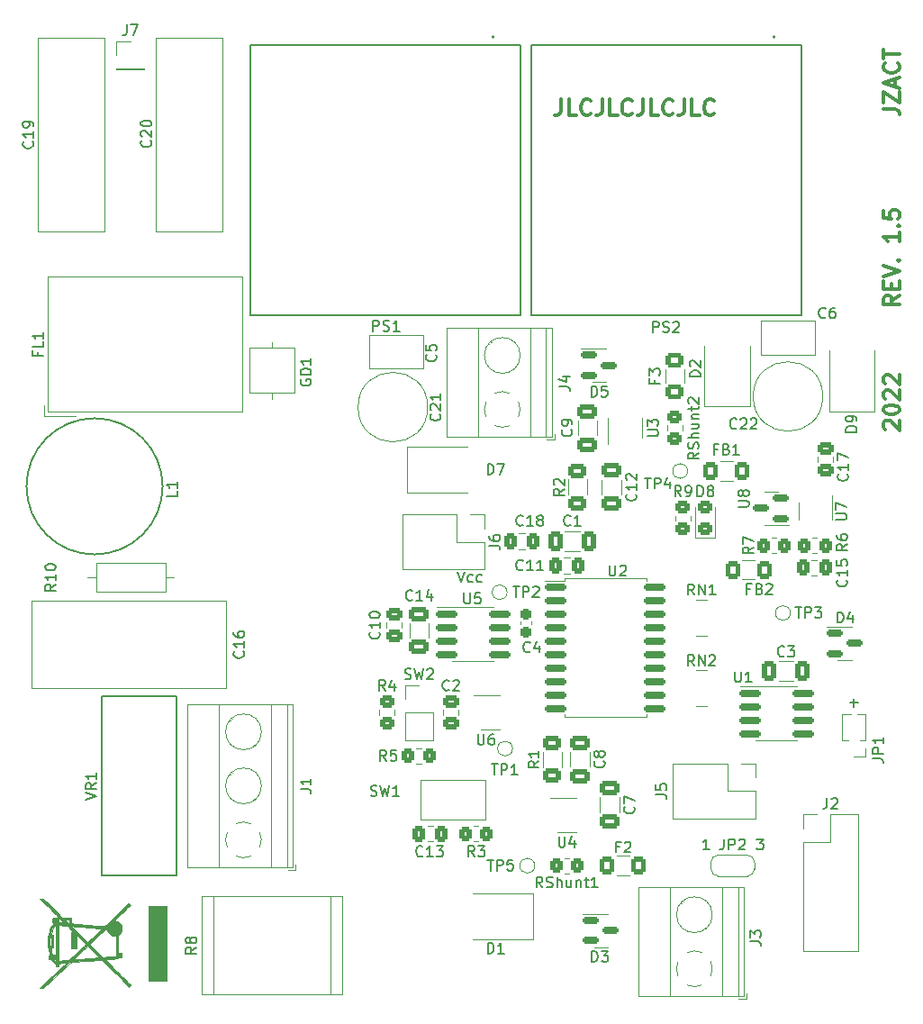
<source format=gto>
%TF.GenerationSoftware,KiCad,Pcbnew,(6.0.1)*%
%TF.CreationDate,2023-01-03T01:15:44-07:00*%
%TF.ProjectId,main_board,6d61696e-5f62-46f6-9172-642e6b696361,1.4*%
%TF.SameCoordinates,Original*%
%TF.FileFunction,Legend,Top*%
%TF.FilePolarity,Positive*%
%FSLAX46Y46*%
G04 Gerber Fmt 4.6, Leading zero omitted, Abs format (unit mm)*
G04 Created by KiCad (PCBNEW (6.0.1)) date 2023-01-03 01:15:44*
%MOMM*%
%LPD*%
G01*
G04 APERTURE LIST*
G04 Aperture macros list*
%AMRoundRect*
0 Rectangle with rounded corners*
0 $1 Rounding radius*
0 $2 $3 $4 $5 $6 $7 $8 $9 X,Y pos of 4 corners*
0 Add a 4 corners polygon primitive as box body*
4,1,4,$2,$3,$4,$5,$6,$7,$8,$9,$2,$3,0*
0 Add four circle primitives for the rounded corners*
1,1,$1+$1,$2,$3*
1,1,$1+$1,$4,$5*
1,1,$1+$1,$6,$7*
1,1,$1+$1,$8,$9*
0 Add four rect primitives between the rounded corners*
20,1,$1+$1,$2,$3,$4,$5,0*
20,1,$1+$1,$4,$5,$6,$7,0*
20,1,$1+$1,$6,$7,$8,$9,0*
20,1,$1+$1,$8,$9,$2,$3,0*%
%AMFreePoly0*
4,1,22,0.550000,-0.750000,0.000000,-0.750000,0.000000,-0.745033,-0.079941,-0.743568,-0.215256,-0.701293,-0.333266,-0.622738,-0.424486,-0.514219,-0.481581,-0.384460,-0.499164,-0.250000,-0.500000,-0.250000,-0.500000,0.250000,-0.499164,0.250000,-0.499963,0.256109,-0.478152,0.396186,-0.417904,0.524511,-0.324060,0.630769,-0.204165,0.706417,-0.067858,0.745374,0.000000,0.744959,0.000000,0.750000,
0.550000,0.750000,0.550000,-0.750000,0.550000,-0.750000,$1*%
%AMFreePoly1*
4,1,20,0.000000,0.744959,0.073905,0.744508,0.209726,0.703889,0.328688,0.626782,0.421226,0.519385,0.479903,0.390333,0.500000,0.250000,0.500000,-0.250000,0.499851,-0.262216,0.476331,-0.402017,0.414519,-0.529596,0.319384,-0.634700,0.198574,-0.708877,0.061801,-0.746166,0.000000,-0.745033,0.000000,-0.750000,-0.550000,-0.750000,-0.550000,0.750000,0.000000,0.750000,0.000000,0.744959,
0.000000,0.744959,$1*%
G04 Aperture macros list end*
%ADD10C,0.300000*%
%ADD11C,0.150000*%
%ADD12C,0.120000*%
%ADD13C,0.010000*%
%ADD14C,0.127000*%
%ADD15C,0.200000*%
%ADD16RoundRect,0.250001X-0.462499X-0.624999X0.462499X-0.624999X0.462499X0.624999X-0.462499X0.624999X0*%
%ADD17RoundRect,0.250000X-0.350000X-0.450000X0.350000X-0.450000X0.350000X0.450000X-0.350000X0.450000X0*%
%ADD18R,1.560000X0.650000*%
%ADD19C,1.800000*%
%ADD20R,2.500000X2.300000*%
%ADD21RoundRect,0.250000X0.350000X0.450000X-0.350000X0.450000X-0.350000X-0.450000X0.350000X-0.450000X0*%
%ADD22RoundRect,0.250000X-0.625000X0.400000X-0.625000X-0.400000X0.625000X-0.400000X0.625000X0.400000X0*%
%ADD23RoundRect,0.150000X-0.587500X-0.150000X0.587500X-0.150000X0.587500X0.150000X-0.587500X0.150000X0*%
%ADD24R,1.700000X1.700000*%
%ADD25O,1.700000X1.700000*%
%ADD26RoundRect,0.150000X-0.825000X-0.150000X0.825000X-0.150000X0.825000X0.150000X-0.825000X0.150000X0*%
%ADD27RoundRect,0.150000X0.587500X0.150000X-0.587500X0.150000X-0.587500X-0.150000X0.587500X-0.150000X0*%
%ADD28RoundRect,0.250001X-0.624999X0.462499X-0.624999X-0.462499X0.624999X-0.462499X0.624999X0.462499X0*%
%ADD29C,1.000000*%
%ADD30RoundRect,0.250000X0.337500X0.475000X-0.337500X0.475000X-0.337500X-0.475000X0.337500X-0.475000X0*%
%ADD31R,1.000000X1.000000*%
%ADD32O,1.000000X1.000000*%
%ADD33R,2.600000X2.600000*%
%ADD34C,2.600000*%
%ADD35RoundRect,0.250000X-0.475000X0.337500X-0.475000X-0.337500X0.475000X-0.337500X0.475000X0.337500X0*%
%ADD36RoundRect,0.250000X0.625000X-0.400000X0.625000X0.400000X-0.625000X0.400000X-0.625000X-0.400000X0*%
%ADD37R,2.000000X2.000000*%
%ADD38C,2.000000*%
%ADD39RoundRect,0.250000X0.650000X-0.412500X0.650000X0.412500X-0.650000X0.412500X-0.650000X-0.412500X0*%
%ADD40R,0.800000X0.500000*%
%ADD41R,0.800000X0.400000*%
%ADD42RoundRect,0.250000X-0.450000X0.350000X-0.450000X-0.350000X0.450000X-0.350000X0.450000X0.350000X0*%
%ADD43C,2.400000*%
%ADD44R,2.300000X2.500000*%
%ADD45R,0.700000X1.000000*%
%ADD46C,1.600000*%
%ADD47R,1.500000X1.500000*%
%ADD48R,0.650000X1.560000*%
%ADD49RoundRect,0.250001X0.462499X0.624999X-0.462499X0.624999X-0.462499X-0.624999X0.462499X-0.624999X0*%
%ADD50RoundRect,0.250000X0.412500X0.650000X-0.412500X0.650000X-0.412500X-0.650000X0.412500X-0.650000X0*%
%ADD51RoundRect,0.237500X0.237500X-0.300000X0.237500X0.300000X-0.237500X0.300000X-0.237500X-0.300000X0*%
%ADD52FreePoly0,0.000000*%
%ADD53R,1.000000X1.500000*%
%ADD54FreePoly1,0.000000*%
%ADD55R,1.650000X1.650000*%
%ADD56C,1.650000*%
%ADD57C,1.524000*%
%ADD58O,1.600000X1.600000*%
%ADD59C,1.350000*%
%ADD60RoundRect,0.150000X-0.875000X-0.150000X0.875000X-0.150000X0.875000X0.150000X-0.875000X0.150000X0*%
%ADD61RoundRect,0.250000X0.450000X-0.325000X0.450000X0.325000X-0.450000X0.325000X-0.450000X-0.325000X0*%
%ADD62RoundRect,0.250000X-0.650000X0.412500X-0.650000X-0.412500X0.650000X-0.412500X0.650000X0.412500X0*%
%ADD63RoundRect,0.250000X0.475000X-0.337500X0.475000X0.337500X-0.475000X0.337500X-0.475000X-0.337500X0*%
G04 APERTURE END LIST*
D10*
X141721428Y-99392857D02*
X141650000Y-99321428D01*
X141578571Y-99178571D01*
X141578571Y-98821428D01*
X141650000Y-98678571D01*
X141721428Y-98607142D01*
X141864285Y-98535714D01*
X142007142Y-98535714D01*
X142221428Y-98607142D01*
X143078571Y-99464285D01*
X143078571Y-98535714D01*
X141578571Y-97607142D02*
X141578571Y-97464285D01*
X141650000Y-97321428D01*
X141721428Y-97250000D01*
X141864285Y-97178571D01*
X142150000Y-97107142D01*
X142507142Y-97107142D01*
X142792857Y-97178571D01*
X142935714Y-97250000D01*
X143007142Y-97321428D01*
X143078571Y-97464285D01*
X143078571Y-97607142D01*
X143007142Y-97750000D01*
X142935714Y-97821428D01*
X142792857Y-97892857D01*
X142507142Y-97964285D01*
X142150000Y-97964285D01*
X141864285Y-97892857D01*
X141721428Y-97821428D01*
X141650000Y-97750000D01*
X141578571Y-97607142D01*
X141721428Y-96535714D02*
X141650000Y-96464285D01*
X141578571Y-96321428D01*
X141578571Y-95964285D01*
X141650000Y-95821428D01*
X141721428Y-95750000D01*
X141864285Y-95678571D01*
X142007142Y-95678571D01*
X142221428Y-95750000D01*
X143078571Y-96607142D01*
X143078571Y-95678571D01*
X141721428Y-95107142D02*
X141650000Y-95035714D01*
X141578571Y-94892857D01*
X141578571Y-94535714D01*
X141650000Y-94392857D01*
X141721428Y-94321428D01*
X141864285Y-94250000D01*
X142007142Y-94250000D01*
X142221428Y-94321428D01*
X143078571Y-95178571D01*
X143078571Y-94250000D01*
X143078571Y-86821428D02*
X142364285Y-87321428D01*
X143078571Y-87678571D02*
X141578571Y-87678571D01*
X141578571Y-87107142D01*
X141650000Y-86964285D01*
X141721428Y-86892857D01*
X141864285Y-86821428D01*
X142078571Y-86821428D01*
X142221428Y-86892857D01*
X142292857Y-86964285D01*
X142364285Y-87107142D01*
X142364285Y-87678571D01*
X142292857Y-86178571D02*
X142292857Y-85678571D01*
X143078571Y-85464285D02*
X143078571Y-86178571D01*
X141578571Y-86178571D01*
X141578571Y-85464285D01*
X141578571Y-85035714D02*
X143078571Y-84535714D01*
X141578571Y-84035714D01*
X142935714Y-83535714D02*
X143007142Y-83464285D01*
X143078571Y-83535714D01*
X143007142Y-83607142D01*
X142935714Y-83535714D01*
X143078571Y-83535714D01*
X143078571Y-80892857D02*
X143078571Y-81750000D01*
X143078571Y-81321428D02*
X141578571Y-81321428D01*
X141792857Y-81464285D01*
X141935714Y-81607142D01*
X142007142Y-81750000D01*
X142935714Y-80250000D02*
X143007142Y-80178571D01*
X143078571Y-80250000D01*
X143007142Y-80321428D01*
X142935714Y-80250000D01*
X143078571Y-80250000D01*
X141578571Y-78821428D02*
X141578571Y-79535714D01*
X142292857Y-79607142D01*
X142221428Y-79535714D01*
X142150000Y-79392857D01*
X142150000Y-79035714D01*
X142221428Y-78892857D01*
X142292857Y-78821428D01*
X142435714Y-78750000D01*
X142792857Y-78750000D01*
X142935714Y-78821428D01*
X143007142Y-78892857D01*
X143078571Y-79035714D01*
X143078571Y-79392857D01*
X143007142Y-79535714D01*
X142935714Y-79607142D01*
X141578571Y-69250000D02*
X142650000Y-69250000D01*
X142864285Y-69321428D01*
X143007142Y-69464285D01*
X143078571Y-69678571D01*
X143078571Y-69821428D01*
X141578571Y-68678571D02*
X141578571Y-67678571D01*
X143078571Y-68678571D01*
X143078571Y-67678571D01*
X142650000Y-67178571D02*
X142650000Y-66464285D01*
X143078571Y-67321428D02*
X141578571Y-66821428D01*
X143078571Y-66321428D01*
X142935714Y-64964285D02*
X143007142Y-65035714D01*
X143078571Y-65250000D01*
X143078571Y-65392857D01*
X143007142Y-65607142D01*
X142864285Y-65750000D01*
X142721428Y-65821428D01*
X142435714Y-65892857D01*
X142221428Y-65892857D01*
X141935714Y-65821428D01*
X141792857Y-65750000D01*
X141650000Y-65607142D01*
X141578571Y-65392857D01*
X141578571Y-65250000D01*
X141650000Y-65035714D01*
X141721428Y-64964285D01*
X141578571Y-64535714D02*
X141578571Y-63678571D01*
X143078571Y-64107142D02*
X141578571Y-64107142D01*
D11*
X101509523Y-112752380D02*
X101842857Y-113752380D01*
X102176190Y-112752380D01*
X102938095Y-113704761D02*
X102842857Y-113752380D01*
X102652380Y-113752380D01*
X102557142Y-113704761D01*
X102509523Y-113657142D01*
X102461904Y-113561904D01*
X102461904Y-113276190D01*
X102509523Y-113180952D01*
X102557142Y-113133333D01*
X102652380Y-113085714D01*
X102842857Y-113085714D01*
X102938095Y-113133333D01*
X103795238Y-113704761D02*
X103700000Y-113752380D01*
X103509523Y-113752380D01*
X103414285Y-113704761D01*
X103366666Y-113657142D01*
X103319047Y-113561904D01*
X103319047Y-113276190D01*
X103366666Y-113180952D01*
X103414285Y-113133333D01*
X103509523Y-113085714D01*
X103700000Y-113085714D01*
X103795238Y-113133333D01*
D10*
X111271428Y-68378571D02*
X111271428Y-69450000D01*
X111200000Y-69664285D01*
X111057142Y-69807142D01*
X110842857Y-69878571D01*
X110700000Y-69878571D01*
X112700000Y-69878571D02*
X111985714Y-69878571D01*
X111985714Y-68378571D01*
X114057142Y-69735714D02*
X113985714Y-69807142D01*
X113771428Y-69878571D01*
X113628571Y-69878571D01*
X113414285Y-69807142D01*
X113271428Y-69664285D01*
X113200000Y-69521428D01*
X113128571Y-69235714D01*
X113128571Y-69021428D01*
X113200000Y-68735714D01*
X113271428Y-68592857D01*
X113414285Y-68450000D01*
X113628571Y-68378571D01*
X113771428Y-68378571D01*
X113985714Y-68450000D01*
X114057142Y-68521428D01*
X115128571Y-68378571D02*
X115128571Y-69450000D01*
X115057142Y-69664285D01*
X114914285Y-69807142D01*
X114700000Y-69878571D01*
X114557142Y-69878571D01*
X116557142Y-69878571D02*
X115842857Y-69878571D01*
X115842857Y-68378571D01*
X117914285Y-69735714D02*
X117842857Y-69807142D01*
X117628571Y-69878571D01*
X117485714Y-69878571D01*
X117271428Y-69807142D01*
X117128571Y-69664285D01*
X117057142Y-69521428D01*
X116985714Y-69235714D01*
X116985714Y-69021428D01*
X117057142Y-68735714D01*
X117128571Y-68592857D01*
X117271428Y-68450000D01*
X117485714Y-68378571D01*
X117628571Y-68378571D01*
X117842857Y-68450000D01*
X117914285Y-68521428D01*
X118985714Y-68378571D02*
X118985714Y-69450000D01*
X118914285Y-69664285D01*
X118771428Y-69807142D01*
X118557142Y-69878571D01*
X118414285Y-69878571D01*
X120414285Y-69878571D02*
X119700000Y-69878571D01*
X119700000Y-68378571D01*
X121771428Y-69735714D02*
X121700000Y-69807142D01*
X121485714Y-69878571D01*
X121342857Y-69878571D01*
X121128571Y-69807142D01*
X120985714Y-69664285D01*
X120914285Y-69521428D01*
X120842857Y-69235714D01*
X120842857Y-69021428D01*
X120914285Y-68735714D01*
X120985714Y-68592857D01*
X121128571Y-68450000D01*
X121342857Y-68378571D01*
X121485714Y-68378571D01*
X121700000Y-68450000D01*
X121771428Y-68521428D01*
X122842857Y-68378571D02*
X122842857Y-69450000D01*
X122771428Y-69664285D01*
X122628571Y-69807142D01*
X122414285Y-69878571D01*
X122271428Y-69878571D01*
X124271428Y-69878571D02*
X123557142Y-69878571D01*
X123557142Y-68378571D01*
X125628571Y-69735714D02*
X125557142Y-69807142D01*
X125342857Y-69878571D01*
X125200000Y-69878571D01*
X124985714Y-69807142D01*
X124842857Y-69664285D01*
X124771428Y-69521428D01*
X124700000Y-69235714D01*
X124700000Y-69021428D01*
X124771428Y-68735714D01*
X124842857Y-68592857D01*
X124985714Y-68450000D01*
X125200000Y-68378571D01*
X125342857Y-68378571D01*
X125557142Y-68450000D01*
X125628571Y-68521428D01*
D11*
X138419047Y-125071428D02*
X139180952Y-125071428D01*
X138800000Y-125452380D02*
X138800000Y-124690476D01*
X125959166Y-101238571D02*
X125625833Y-101238571D01*
X125625833Y-101762380D02*
X125625833Y-100762380D01*
X126102023Y-100762380D01*
X126816309Y-101238571D02*
X126959166Y-101286190D01*
X127006785Y-101333809D01*
X127054404Y-101429047D01*
X127054404Y-101571904D01*
X127006785Y-101667142D01*
X126959166Y-101714761D01*
X126863928Y-101762380D01*
X126482976Y-101762380D01*
X126482976Y-100762380D01*
X126816309Y-100762380D01*
X126911547Y-100810000D01*
X126959166Y-100857619D01*
X127006785Y-100952857D01*
X127006785Y-101048095D01*
X126959166Y-101143333D01*
X126911547Y-101190952D01*
X126816309Y-101238571D01*
X126482976Y-101238571D01*
X128006785Y-101762380D02*
X127435357Y-101762380D01*
X127721071Y-101762380D02*
X127721071Y-100762380D01*
X127625833Y-100905238D01*
X127530595Y-101000476D01*
X127435357Y-101048095D01*
X94833333Y-130552380D02*
X94500000Y-130076190D01*
X94261904Y-130552380D02*
X94261904Y-129552380D01*
X94642857Y-129552380D01*
X94738095Y-129600000D01*
X94785714Y-129647619D01*
X94833333Y-129742857D01*
X94833333Y-129885714D01*
X94785714Y-129980952D01*
X94738095Y-130028571D01*
X94642857Y-130076190D01*
X94261904Y-130076190D01*
X95738095Y-129552380D02*
X95261904Y-129552380D01*
X95214285Y-130028571D01*
X95261904Y-129980952D01*
X95357142Y-129933333D01*
X95595238Y-129933333D01*
X95690476Y-129980952D01*
X95738095Y-130028571D01*
X95785714Y-130123809D01*
X95785714Y-130361904D01*
X95738095Y-130457142D01*
X95690476Y-130504761D01*
X95595238Y-130552380D01*
X95357142Y-130552380D01*
X95261904Y-130504761D01*
X95214285Y-130457142D01*
X111055595Y-137662380D02*
X111055595Y-138471904D01*
X111103214Y-138567142D01*
X111150833Y-138614761D01*
X111246071Y-138662380D01*
X111436547Y-138662380D01*
X111531785Y-138614761D01*
X111579404Y-138567142D01*
X111627023Y-138471904D01*
X111627023Y-137662380D01*
X112531785Y-137995714D02*
X112531785Y-138662380D01*
X112293690Y-137614761D02*
X112055595Y-138329047D01*
X112674642Y-138329047D01*
X66557380Y-134209523D02*
X67557380Y-133876190D01*
X66557380Y-133542857D01*
X67557380Y-132638095D02*
X67081190Y-132971428D01*
X67557380Y-133209523D02*
X66557380Y-133209523D01*
X66557380Y-132828571D01*
X66605000Y-132733333D01*
X66652619Y-132685714D01*
X66747857Y-132638095D01*
X66890714Y-132638095D01*
X66985952Y-132685714D01*
X67033571Y-132733333D01*
X67081190Y-132828571D01*
X67081190Y-133209523D01*
X67557380Y-131685714D02*
X67557380Y-132257142D01*
X67557380Y-131971428D02*
X66557380Y-131971428D01*
X66700238Y-132066666D01*
X66795476Y-132161904D01*
X66843095Y-132257142D01*
X104361904Y-148652380D02*
X104361904Y-147652380D01*
X104600000Y-147652380D01*
X104742857Y-147700000D01*
X104838095Y-147795238D01*
X104885714Y-147890476D01*
X104933333Y-148080952D01*
X104933333Y-148223809D01*
X104885714Y-148414285D01*
X104838095Y-148509523D01*
X104742857Y-148604761D01*
X104600000Y-148652380D01*
X104361904Y-148652380D01*
X105885714Y-148652380D02*
X105314285Y-148652380D01*
X105600000Y-148652380D02*
X105600000Y-147652380D01*
X105504761Y-147795238D01*
X105409523Y-147890476D01*
X105314285Y-147938095D01*
X109514285Y-142452380D02*
X109180952Y-141976190D01*
X108942857Y-142452380D02*
X108942857Y-141452380D01*
X109323809Y-141452380D01*
X109419047Y-141500000D01*
X109466666Y-141547619D01*
X109514285Y-141642857D01*
X109514285Y-141785714D01*
X109466666Y-141880952D01*
X109419047Y-141928571D01*
X109323809Y-141976190D01*
X108942857Y-141976190D01*
X109895238Y-142404761D02*
X110038095Y-142452380D01*
X110276190Y-142452380D01*
X110371428Y-142404761D01*
X110419047Y-142357142D01*
X110466666Y-142261904D01*
X110466666Y-142166666D01*
X110419047Y-142071428D01*
X110371428Y-142023809D01*
X110276190Y-141976190D01*
X110085714Y-141928571D01*
X109990476Y-141880952D01*
X109942857Y-141833333D01*
X109895238Y-141738095D01*
X109895238Y-141642857D01*
X109942857Y-141547619D01*
X109990476Y-141500000D01*
X110085714Y-141452380D01*
X110323809Y-141452380D01*
X110466666Y-141500000D01*
X110895238Y-142452380D02*
X110895238Y-141452380D01*
X111323809Y-142452380D02*
X111323809Y-141928571D01*
X111276190Y-141833333D01*
X111180952Y-141785714D01*
X111038095Y-141785714D01*
X110942857Y-141833333D01*
X110895238Y-141880952D01*
X112228571Y-141785714D02*
X112228571Y-142452380D01*
X111800000Y-141785714D02*
X111800000Y-142309523D01*
X111847619Y-142404761D01*
X111942857Y-142452380D01*
X112085714Y-142452380D01*
X112180952Y-142404761D01*
X112228571Y-142357142D01*
X112704761Y-141785714D02*
X112704761Y-142452380D01*
X112704761Y-141880952D02*
X112752380Y-141833333D01*
X112847619Y-141785714D01*
X112990476Y-141785714D01*
X113085714Y-141833333D01*
X113133333Y-141928571D01*
X113133333Y-142452380D01*
X113466666Y-141785714D02*
X113847619Y-141785714D01*
X113609523Y-141452380D02*
X113609523Y-142309523D01*
X113657142Y-142404761D01*
X113752380Y-142452380D01*
X113847619Y-142452380D01*
X114704761Y-142452380D02*
X114133333Y-142452380D01*
X114419047Y-142452380D02*
X114419047Y-141452380D01*
X114323809Y-141595238D01*
X114228571Y-141690476D01*
X114133333Y-141738095D01*
X111569880Y-104991666D02*
X111093690Y-105325000D01*
X111569880Y-105563095D02*
X110569880Y-105563095D01*
X110569880Y-105182142D01*
X110617500Y-105086904D01*
X110665119Y-105039285D01*
X110760357Y-104991666D01*
X110903214Y-104991666D01*
X110998452Y-105039285D01*
X111046071Y-105086904D01*
X111093690Y-105182142D01*
X111093690Y-105563095D01*
X110665119Y-104610714D02*
X110617500Y-104563095D01*
X110569880Y-104467857D01*
X110569880Y-104229761D01*
X110617500Y-104134523D01*
X110665119Y-104086904D01*
X110760357Y-104039285D01*
X110855595Y-104039285D01*
X110998452Y-104086904D01*
X111569880Y-104658333D01*
X111569880Y-104039285D01*
X137229404Y-117562380D02*
X137229404Y-116562380D01*
X137467500Y-116562380D01*
X137610357Y-116610000D01*
X137705595Y-116705238D01*
X137753214Y-116800476D01*
X137800833Y-116990952D01*
X137800833Y-117133809D01*
X137753214Y-117324285D01*
X137705595Y-117419523D01*
X137610357Y-117514761D01*
X137467500Y-117562380D01*
X137229404Y-117562380D01*
X138657976Y-116895714D02*
X138657976Y-117562380D01*
X138419880Y-116514761D02*
X138181785Y-117229047D01*
X138800833Y-117229047D01*
X96576666Y-122834761D02*
X96719523Y-122882380D01*
X96957619Y-122882380D01*
X97052857Y-122834761D01*
X97100476Y-122787142D01*
X97148095Y-122691904D01*
X97148095Y-122596666D01*
X97100476Y-122501428D01*
X97052857Y-122453809D01*
X96957619Y-122406190D01*
X96767142Y-122358571D01*
X96671904Y-122310952D01*
X96624285Y-122263333D01*
X96576666Y-122168095D01*
X96576666Y-122072857D01*
X96624285Y-121977619D01*
X96671904Y-121930000D01*
X96767142Y-121882380D01*
X97005238Y-121882380D01*
X97148095Y-121930000D01*
X97481428Y-121882380D02*
X97719523Y-122882380D01*
X97910000Y-122168095D01*
X98100476Y-122882380D01*
X98338571Y-121882380D01*
X98671904Y-121977619D02*
X98719523Y-121930000D01*
X98814761Y-121882380D01*
X99052857Y-121882380D01*
X99148095Y-121930000D01*
X99195714Y-121977619D01*
X99243333Y-122072857D01*
X99243333Y-122168095D01*
X99195714Y-122310952D01*
X98624285Y-122882380D01*
X99243333Y-122882380D01*
X102155595Y-114762380D02*
X102155595Y-115571904D01*
X102203214Y-115667142D01*
X102250833Y-115714761D01*
X102346071Y-115762380D01*
X102536547Y-115762380D01*
X102631785Y-115714761D01*
X102679404Y-115667142D01*
X102727023Y-115571904D01*
X102727023Y-114762380D01*
X103679404Y-114762380D02*
X103203214Y-114762380D01*
X103155595Y-115238571D01*
X103203214Y-115190952D01*
X103298452Y-115143333D01*
X103536547Y-115143333D01*
X103631785Y-115190952D01*
X103679404Y-115238571D01*
X103727023Y-115333809D01*
X103727023Y-115571904D01*
X103679404Y-115667142D01*
X103631785Y-115714761D01*
X103536547Y-115762380D01*
X103298452Y-115762380D01*
X103203214Y-115714761D01*
X103155595Y-115667142D01*
X127919880Y-106671904D02*
X128729404Y-106671904D01*
X128824642Y-106624285D01*
X128872261Y-106576666D01*
X128919880Y-106481428D01*
X128919880Y-106290952D01*
X128872261Y-106195714D01*
X128824642Y-106148095D01*
X128729404Y-106100476D01*
X127919880Y-106100476D01*
X128348452Y-105481428D02*
X128300833Y-105576666D01*
X128253214Y-105624285D01*
X128157976Y-105671904D01*
X128110357Y-105671904D01*
X128015119Y-105624285D01*
X127967500Y-105576666D01*
X127919880Y-105481428D01*
X127919880Y-105290952D01*
X127967500Y-105195714D01*
X128015119Y-105148095D01*
X128110357Y-105100476D01*
X128157976Y-105100476D01*
X128253214Y-105148095D01*
X128300833Y-105195714D01*
X128348452Y-105290952D01*
X128348452Y-105481428D01*
X128396071Y-105576666D01*
X128443690Y-105624285D01*
X128538928Y-105671904D01*
X128729404Y-105671904D01*
X128824642Y-105624285D01*
X128872261Y-105576666D01*
X128919880Y-105481428D01*
X128919880Y-105290952D01*
X128872261Y-105195714D01*
X128824642Y-105148095D01*
X128729404Y-105100476D01*
X128538928Y-105100476D01*
X128443690Y-105148095D01*
X128396071Y-105195714D01*
X128348452Y-105290952D01*
X120028571Y-94733333D02*
X120028571Y-95066666D01*
X120552380Y-95066666D02*
X119552380Y-95066666D01*
X119552380Y-94590476D01*
X119552380Y-94304761D02*
X119552380Y-93685714D01*
X119933333Y-94019047D01*
X119933333Y-93876190D01*
X119980952Y-93780952D01*
X120028571Y-93733333D01*
X120123809Y-93685714D01*
X120361904Y-93685714D01*
X120457142Y-93733333D01*
X120504761Y-93780952D01*
X120552380Y-93876190D01*
X120552380Y-94161904D01*
X120504761Y-94257142D01*
X120457142Y-94304761D01*
X133305595Y-116112380D02*
X133877023Y-116112380D01*
X133591309Y-117112380D02*
X133591309Y-116112380D01*
X134210357Y-117112380D02*
X134210357Y-116112380D01*
X134591309Y-116112380D01*
X134686547Y-116160000D01*
X134734166Y-116207619D01*
X134781785Y-116302857D01*
X134781785Y-116445714D01*
X134734166Y-116540952D01*
X134686547Y-116588571D01*
X134591309Y-116636190D01*
X134210357Y-116636190D01*
X135115119Y-116112380D02*
X135734166Y-116112380D01*
X135400833Y-116493333D01*
X135543690Y-116493333D01*
X135638928Y-116540952D01*
X135686547Y-116588571D01*
X135734166Y-116683809D01*
X135734166Y-116921904D01*
X135686547Y-117017142D01*
X135638928Y-117064761D01*
X135543690Y-117112380D01*
X135257976Y-117112380D01*
X135162738Y-117064761D01*
X135115119Y-117017142D01*
X107674642Y-108367142D02*
X107627023Y-108414761D01*
X107484166Y-108462380D01*
X107388928Y-108462380D01*
X107246071Y-108414761D01*
X107150833Y-108319523D01*
X107103214Y-108224285D01*
X107055595Y-108033809D01*
X107055595Y-107890952D01*
X107103214Y-107700476D01*
X107150833Y-107605238D01*
X107246071Y-107510000D01*
X107388928Y-107462380D01*
X107484166Y-107462380D01*
X107627023Y-107510000D01*
X107674642Y-107557619D01*
X108627023Y-108462380D02*
X108055595Y-108462380D01*
X108341309Y-108462380D02*
X108341309Y-107462380D01*
X108246071Y-107605238D01*
X108150833Y-107700476D01*
X108055595Y-107748095D01*
X109198452Y-107890952D02*
X109103214Y-107843333D01*
X109055595Y-107795714D01*
X109007976Y-107700476D01*
X109007976Y-107652857D01*
X109055595Y-107557619D01*
X109103214Y-107510000D01*
X109198452Y-107462380D01*
X109388928Y-107462380D01*
X109484166Y-107510000D01*
X109531785Y-107557619D01*
X109579404Y-107652857D01*
X109579404Y-107700476D01*
X109531785Y-107795714D01*
X109484166Y-107843333D01*
X109388928Y-107890952D01*
X109198452Y-107890952D01*
X109103214Y-107938571D01*
X109055595Y-107986190D01*
X109007976Y-108081428D01*
X109007976Y-108271904D01*
X109055595Y-108367142D01*
X109103214Y-108414761D01*
X109198452Y-108462380D01*
X109388928Y-108462380D01*
X109484166Y-108414761D01*
X109531785Y-108367142D01*
X109579404Y-108271904D01*
X109579404Y-108081428D01*
X109531785Y-107986190D01*
X109484166Y-107938571D01*
X109388928Y-107890952D01*
X119138095Y-103952380D02*
X119709523Y-103952380D01*
X119423809Y-104952380D02*
X119423809Y-103952380D01*
X120042857Y-104952380D02*
X120042857Y-103952380D01*
X120423809Y-103952380D01*
X120519047Y-104000000D01*
X120566666Y-104047619D01*
X120614285Y-104142857D01*
X120614285Y-104285714D01*
X120566666Y-104380952D01*
X120519047Y-104428571D01*
X120423809Y-104476190D01*
X120042857Y-104476190D01*
X121471428Y-104285714D02*
X121471428Y-104952380D01*
X121233333Y-103904761D02*
X120995238Y-104619047D01*
X121614285Y-104619047D01*
X103438095Y-128052380D02*
X103438095Y-128861904D01*
X103485714Y-128957142D01*
X103533333Y-129004761D01*
X103628571Y-129052380D01*
X103819047Y-129052380D01*
X103914285Y-129004761D01*
X103961904Y-128957142D01*
X104009523Y-128861904D01*
X104009523Y-128052380D01*
X104914285Y-128052380D02*
X104723809Y-128052380D01*
X104628571Y-128100000D01*
X104580952Y-128147619D01*
X104485714Y-128290476D01*
X104438095Y-128480952D01*
X104438095Y-128861904D01*
X104485714Y-128957142D01*
X104533333Y-129004761D01*
X104628571Y-129052380D01*
X104819047Y-129052380D01*
X104914285Y-129004761D01*
X104961904Y-128957142D01*
X105009523Y-128861904D01*
X105009523Y-128623809D01*
X104961904Y-128528571D01*
X104914285Y-128480952D01*
X104819047Y-128433333D01*
X104628571Y-128433333D01*
X104533333Y-128480952D01*
X104485714Y-128528571D01*
X104438095Y-128623809D01*
X140552380Y-130343333D02*
X141266666Y-130343333D01*
X141409523Y-130390952D01*
X141504761Y-130486190D01*
X141552380Y-130629047D01*
X141552380Y-130724285D01*
X141552380Y-129867142D02*
X140552380Y-129867142D01*
X140552380Y-129486190D01*
X140600000Y-129390952D01*
X140647619Y-129343333D01*
X140742857Y-129295714D01*
X140885714Y-129295714D01*
X140980952Y-129343333D01*
X141028571Y-129390952D01*
X141076190Y-129486190D01*
X141076190Y-129867142D01*
X141552380Y-128343333D02*
X141552380Y-128914761D01*
X141552380Y-128629047D02*
X140552380Y-128629047D01*
X140695238Y-128724285D01*
X140790476Y-128819523D01*
X140838095Y-128914761D01*
X104330595Y-139862380D02*
X104902023Y-139862380D01*
X104616309Y-140862380D02*
X104616309Y-139862380D01*
X105235357Y-140862380D02*
X105235357Y-139862380D01*
X105616309Y-139862380D01*
X105711547Y-139910000D01*
X105759166Y-139957619D01*
X105806785Y-140052857D01*
X105806785Y-140195714D01*
X105759166Y-140290952D01*
X105711547Y-140338571D01*
X105616309Y-140386190D01*
X105235357Y-140386190D01*
X106711547Y-139862380D02*
X106235357Y-139862380D01*
X106187738Y-140338571D01*
X106235357Y-140290952D01*
X106330595Y-140243333D01*
X106568690Y-140243333D01*
X106663928Y-140290952D01*
X106711547Y-140338571D01*
X106759166Y-140433809D01*
X106759166Y-140671904D01*
X106711547Y-140767142D01*
X106663928Y-140814761D01*
X106568690Y-140862380D01*
X106330595Y-140862380D01*
X106235357Y-140814761D01*
X106187738Y-140767142D01*
X120184880Y-133723333D02*
X120899166Y-133723333D01*
X121042023Y-133770952D01*
X121137261Y-133866190D01*
X121184880Y-134009047D01*
X121184880Y-134104285D01*
X120184880Y-132770952D02*
X120184880Y-133247142D01*
X120661071Y-133294761D01*
X120613452Y-133247142D01*
X120565833Y-133151904D01*
X120565833Y-132913809D01*
X120613452Y-132818571D01*
X120661071Y-132770952D01*
X120756309Y-132723333D01*
X120994404Y-132723333D01*
X121089642Y-132770952D01*
X121137261Y-132818571D01*
X121184880Y-132913809D01*
X121184880Y-133151904D01*
X121137261Y-133247142D01*
X121089642Y-133294761D01*
X129052380Y-147513333D02*
X129766666Y-147513333D01*
X129909523Y-147560952D01*
X130004761Y-147656190D01*
X130052380Y-147799047D01*
X130052380Y-147894285D01*
X129052380Y-147132380D02*
X129052380Y-146513333D01*
X129433333Y-146846666D01*
X129433333Y-146703809D01*
X129480952Y-146608571D01*
X129528571Y-146560952D01*
X129623809Y-146513333D01*
X129861904Y-146513333D01*
X129957142Y-146560952D01*
X130004761Y-146608571D01*
X130052380Y-146703809D01*
X130052380Y-146989523D01*
X130004761Y-147084761D01*
X129957142Y-147132380D01*
X104738095Y-130852380D02*
X105309523Y-130852380D01*
X105023809Y-131852380D02*
X105023809Y-130852380D01*
X105642857Y-131852380D02*
X105642857Y-130852380D01*
X106023809Y-130852380D01*
X106119047Y-130900000D01*
X106166666Y-130947619D01*
X106214285Y-131042857D01*
X106214285Y-131185714D01*
X106166666Y-131280952D01*
X106119047Y-131328571D01*
X106023809Y-131376190D01*
X105642857Y-131376190D01*
X107166666Y-131852380D02*
X106595238Y-131852380D01*
X106880952Y-131852380D02*
X106880952Y-130852380D01*
X106785714Y-130995238D01*
X106690476Y-131090476D01*
X106595238Y-131138095D01*
X100733333Y-123857142D02*
X100685714Y-123904761D01*
X100542857Y-123952380D01*
X100447619Y-123952380D01*
X100304761Y-123904761D01*
X100209523Y-123809523D01*
X100161904Y-123714285D01*
X100114285Y-123523809D01*
X100114285Y-123380952D01*
X100161904Y-123190476D01*
X100209523Y-123095238D01*
X100304761Y-123000000D01*
X100447619Y-122952380D01*
X100542857Y-122952380D01*
X100685714Y-123000000D01*
X100733333Y-123047619D01*
X101114285Y-123047619D02*
X101161904Y-123000000D01*
X101257142Y-122952380D01*
X101495238Y-122952380D01*
X101590476Y-123000000D01*
X101638095Y-123047619D01*
X101685714Y-123142857D01*
X101685714Y-123238095D01*
X101638095Y-123380952D01*
X101066666Y-123952380D01*
X101685714Y-123952380D01*
X136266666Y-134057380D02*
X136266666Y-134771666D01*
X136219047Y-134914523D01*
X136123809Y-135009761D01*
X135980952Y-135057380D01*
X135885714Y-135057380D01*
X136695238Y-134152619D02*
X136742857Y-134105000D01*
X136838095Y-134057380D01*
X137076190Y-134057380D01*
X137171428Y-134105000D01*
X137219047Y-134152619D01*
X137266666Y-134247857D01*
X137266666Y-134343095D01*
X137219047Y-134485952D01*
X136647619Y-135057380D01*
X137266666Y-135057380D01*
X109169880Y-130576666D02*
X108693690Y-130910000D01*
X109169880Y-131148095D02*
X108169880Y-131148095D01*
X108169880Y-130767142D01*
X108217500Y-130671904D01*
X108265119Y-130624285D01*
X108360357Y-130576666D01*
X108503214Y-130576666D01*
X108598452Y-130624285D01*
X108646071Y-130671904D01*
X108693690Y-130767142D01*
X108693690Y-131148095D01*
X109169880Y-129624285D02*
X109169880Y-130195714D01*
X109169880Y-129910000D02*
X108169880Y-129910000D01*
X108312738Y-130005238D01*
X108407976Y-130100476D01*
X108455595Y-130195714D01*
X62028571Y-92138095D02*
X62028571Y-92471428D01*
X62552380Y-92471428D02*
X61552380Y-92471428D01*
X61552380Y-91995238D01*
X62552380Y-91138095D02*
X62552380Y-91614285D01*
X61552380Y-91614285D01*
X62552380Y-90280952D02*
X62552380Y-90852380D01*
X62552380Y-90566666D02*
X61552380Y-90566666D01*
X61695238Y-90661904D01*
X61790476Y-90757142D01*
X61838095Y-90852380D01*
X118074642Y-134876666D02*
X118122261Y-134924285D01*
X118169880Y-135067142D01*
X118169880Y-135162380D01*
X118122261Y-135305238D01*
X118027023Y-135400476D01*
X117931785Y-135448095D01*
X117741309Y-135495714D01*
X117598452Y-135495714D01*
X117407976Y-135448095D01*
X117312738Y-135400476D01*
X117217500Y-135305238D01*
X117169880Y-135162380D01*
X117169880Y-135067142D01*
X117217500Y-134924285D01*
X117265119Y-134876666D01*
X117169880Y-134543333D02*
X117169880Y-133876666D01*
X118169880Y-134305238D01*
X123787023Y-114937380D02*
X123453690Y-114461190D01*
X123215595Y-114937380D02*
X123215595Y-113937380D01*
X123596547Y-113937380D01*
X123691785Y-113985000D01*
X123739404Y-114032619D01*
X123787023Y-114127857D01*
X123787023Y-114270714D01*
X123739404Y-114365952D01*
X123691785Y-114413571D01*
X123596547Y-114461190D01*
X123215595Y-114461190D01*
X124215595Y-114937380D02*
X124215595Y-113937380D01*
X124787023Y-114937380D01*
X124787023Y-113937380D01*
X125787023Y-114937380D02*
X125215595Y-114937380D01*
X125501309Y-114937380D02*
X125501309Y-113937380D01*
X125406071Y-114080238D01*
X125310833Y-114175476D01*
X125215595Y-114223095D01*
X94733333Y-123962380D02*
X94400000Y-123486190D01*
X94161904Y-123962380D02*
X94161904Y-122962380D01*
X94542857Y-122962380D01*
X94638095Y-123010000D01*
X94685714Y-123057619D01*
X94733333Y-123152857D01*
X94733333Y-123295714D01*
X94685714Y-123390952D01*
X94638095Y-123438571D01*
X94542857Y-123486190D01*
X94161904Y-123486190D01*
X95590476Y-123295714D02*
X95590476Y-123962380D01*
X95352380Y-122914761D02*
X95114285Y-123629047D01*
X95733333Y-123629047D01*
X112207142Y-99416666D02*
X112254761Y-99464285D01*
X112302380Y-99607142D01*
X112302380Y-99702380D01*
X112254761Y-99845238D01*
X112159523Y-99940476D01*
X112064285Y-99988095D01*
X111873809Y-100035714D01*
X111730952Y-100035714D01*
X111540476Y-99988095D01*
X111445238Y-99940476D01*
X111350000Y-99845238D01*
X111302380Y-99702380D01*
X111302380Y-99607142D01*
X111350000Y-99464285D01*
X111397619Y-99416666D01*
X112302380Y-98940476D02*
X112302380Y-98750000D01*
X112254761Y-98654761D01*
X112207142Y-98607142D01*
X112064285Y-98511904D01*
X111873809Y-98464285D01*
X111492857Y-98464285D01*
X111397619Y-98511904D01*
X111350000Y-98559523D01*
X111302380Y-98654761D01*
X111302380Y-98845238D01*
X111350000Y-98940476D01*
X111397619Y-98988095D01*
X111492857Y-99035714D01*
X111730952Y-99035714D01*
X111826190Y-98988095D01*
X111873809Y-98940476D01*
X111921428Y-98845238D01*
X111921428Y-98654761D01*
X111873809Y-98559523D01*
X111826190Y-98511904D01*
X111730952Y-98464285D01*
X76977380Y-148091666D02*
X76501190Y-148425000D01*
X76977380Y-148663095D02*
X75977380Y-148663095D01*
X75977380Y-148282142D01*
X76025000Y-148186904D01*
X76072619Y-148139285D01*
X76167857Y-148091666D01*
X76310714Y-148091666D01*
X76405952Y-148139285D01*
X76453571Y-148186904D01*
X76501190Y-148282142D01*
X76501190Y-148663095D01*
X76405952Y-147520238D02*
X76358333Y-147615476D01*
X76310714Y-147663095D01*
X76215476Y-147710714D01*
X76167857Y-147710714D01*
X76072619Y-147663095D01*
X76025000Y-147615476D01*
X75977380Y-147520238D01*
X75977380Y-147329761D01*
X76025000Y-147234523D01*
X76072619Y-147186904D01*
X76167857Y-147139285D01*
X76215476Y-147139285D01*
X76310714Y-147186904D01*
X76358333Y-147234523D01*
X76405952Y-147329761D01*
X76405952Y-147520238D01*
X76453571Y-147615476D01*
X76501190Y-147663095D01*
X76596428Y-147710714D01*
X76786904Y-147710714D01*
X76882142Y-147663095D01*
X76929761Y-147615476D01*
X76977380Y-147520238D01*
X76977380Y-147329761D01*
X76929761Y-147234523D01*
X76882142Y-147186904D01*
X76786904Y-147139285D01*
X76596428Y-147139285D01*
X76501190Y-147186904D01*
X76453571Y-147234523D01*
X76405952Y-147329761D01*
X106755595Y-114162380D02*
X107327023Y-114162380D01*
X107041309Y-115162380D02*
X107041309Y-114162380D01*
X107660357Y-115162380D02*
X107660357Y-114162380D01*
X108041309Y-114162380D01*
X108136547Y-114210000D01*
X108184166Y-114257619D01*
X108231785Y-114352857D01*
X108231785Y-114495714D01*
X108184166Y-114590952D01*
X108136547Y-114638571D01*
X108041309Y-114686190D01*
X107660357Y-114686190D01*
X108612738Y-114257619D02*
X108660357Y-114210000D01*
X108755595Y-114162380D01*
X108993690Y-114162380D01*
X109088928Y-114210000D01*
X109136547Y-114257619D01*
X109184166Y-114352857D01*
X109184166Y-114448095D01*
X109136547Y-114590952D01*
X108565119Y-115162380D01*
X109184166Y-115162380D01*
X127605595Y-122162380D02*
X127605595Y-122971904D01*
X127653214Y-123067142D01*
X127700833Y-123114761D01*
X127796071Y-123162380D01*
X127986547Y-123162380D01*
X128081785Y-123114761D01*
X128129404Y-123067142D01*
X128177023Y-122971904D01*
X128177023Y-122162380D01*
X129177023Y-123162380D02*
X128605595Y-123162380D01*
X128891309Y-123162380D02*
X128891309Y-122162380D01*
X128796071Y-122305238D01*
X128700833Y-122400476D01*
X128605595Y-122448095D01*
X124352380Y-94438095D02*
X123352380Y-94438095D01*
X123352380Y-94200000D01*
X123400000Y-94057142D01*
X123495238Y-93961904D01*
X123590476Y-93914285D01*
X123780952Y-93866666D01*
X123923809Y-93866666D01*
X124114285Y-93914285D01*
X124209523Y-93961904D01*
X124304761Y-94057142D01*
X124352380Y-94200000D01*
X124352380Y-94438095D01*
X123447619Y-93485714D02*
X123400000Y-93438095D01*
X123352380Y-93342857D01*
X123352380Y-93104761D01*
X123400000Y-93009523D01*
X123447619Y-92961904D01*
X123542857Y-92914285D01*
X123638095Y-92914285D01*
X123780952Y-92961904D01*
X124352380Y-93533333D01*
X124352380Y-92914285D01*
X129352380Y-110466666D02*
X128876190Y-110800000D01*
X129352380Y-111038095D02*
X128352380Y-111038095D01*
X128352380Y-110657142D01*
X128400000Y-110561904D01*
X128447619Y-110514285D01*
X128542857Y-110466666D01*
X128685714Y-110466666D01*
X128780952Y-110514285D01*
X128828571Y-110561904D01*
X128876190Y-110657142D01*
X128876190Y-111038095D01*
X128352380Y-110133333D02*
X128352380Y-109466666D01*
X129352380Y-109895238D01*
X137119880Y-107871904D02*
X137929404Y-107871904D01*
X138024642Y-107824285D01*
X138072261Y-107776666D01*
X138119880Y-107681428D01*
X138119880Y-107490952D01*
X138072261Y-107395714D01*
X138024642Y-107348095D01*
X137929404Y-107300476D01*
X137119880Y-107300476D01*
X137119880Y-106919523D02*
X137119880Y-106252857D01*
X138119880Y-106681428D01*
X115274642Y-130576666D02*
X115322261Y-130624285D01*
X115369880Y-130767142D01*
X115369880Y-130862380D01*
X115322261Y-131005238D01*
X115227023Y-131100476D01*
X115131785Y-131148095D01*
X114941309Y-131195714D01*
X114798452Y-131195714D01*
X114607976Y-131148095D01*
X114512738Y-131100476D01*
X114417500Y-131005238D01*
X114369880Y-130862380D01*
X114369880Y-130767142D01*
X114417500Y-130624285D01*
X114465119Y-130576666D01*
X114798452Y-130005238D02*
X114750833Y-130100476D01*
X114703214Y-130148095D01*
X114607976Y-130195714D01*
X114560357Y-130195714D01*
X114465119Y-130148095D01*
X114417500Y-130100476D01*
X114369880Y-130005238D01*
X114369880Y-129814761D01*
X114417500Y-129719523D01*
X114465119Y-129671904D01*
X114560357Y-129624285D01*
X114607976Y-129624285D01*
X114703214Y-129671904D01*
X114750833Y-129719523D01*
X114798452Y-129814761D01*
X114798452Y-130005238D01*
X114846071Y-130100476D01*
X114893690Y-130148095D01*
X114988928Y-130195714D01*
X115179404Y-130195714D01*
X115274642Y-130148095D01*
X115322261Y-130100476D01*
X115369880Y-130005238D01*
X115369880Y-129814761D01*
X115322261Y-129719523D01*
X115274642Y-129671904D01*
X115179404Y-129624285D01*
X114988928Y-129624285D01*
X114893690Y-129671904D01*
X114846071Y-129719523D01*
X114798452Y-129814761D01*
X127757142Y-99257142D02*
X127709523Y-99304761D01*
X127566666Y-99352380D01*
X127471428Y-99352380D01*
X127328571Y-99304761D01*
X127233333Y-99209523D01*
X127185714Y-99114285D01*
X127138095Y-98923809D01*
X127138095Y-98780952D01*
X127185714Y-98590476D01*
X127233333Y-98495238D01*
X127328571Y-98400000D01*
X127471428Y-98352380D01*
X127566666Y-98352380D01*
X127709523Y-98400000D01*
X127757142Y-98447619D01*
X128138095Y-98447619D02*
X128185714Y-98400000D01*
X128280952Y-98352380D01*
X128519047Y-98352380D01*
X128614285Y-98400000D01*
X128661904Y-98447619D01*
X128709523Y-98542857D01*
X128709523Y-98638095D01*
X128661904Y-98780952D01*
X128090476Y-99352380D01*
X128709523Y-99352380D01*
X129090476Y-98447619D02*
X129138095Y-98400000D01*
X129233333Y-98352380D01*
X129471428Y-98352380D01*
X129566666Y-98400000D01*
X129614285Y-98447619D01*
X129661904Y-98542857D01*
X129661904Y-98638095D01*
X129614285Y-98780952D01*
X129042857Y-99352380D01*
X129661904Y-99352380D01*
X93366666Y-133804761D02*
X93509523Y-133852380D01*
X93747619Y-133852380D01*
X93842857Y-133804761D01*
X93890476Y-133757142D01*
X93938095Y-133661904D01*
X93938095Y-133566666D01*
X93890476Y-133471428D01*
X93842857Y-133423809D01*
X93747619Y-133376190D01*
X93557142Y-133328571D01*
X93461904Y-133280952D01*
X93414285Y-133233333D01*
X93366666Y-133138095D01*
X93366666Y-133042857D01*
X93414285Y-132947619D01*
X93461904Y-132900000D01*
X93557142Y-132852380D01*
X93795238Y-132852380D01*
X93938095Y-132900000D01*
X94271428Y-132852380D02*
X94509523Y-133852380D01*
X94700000Y-133138095D01*
X94890476Y-133852380D01*
X95128571Y-132852380D01*
X96033333Y-133852380D02*
X95461904Y-133852380D01*
X95747619Y-133852380D02*
X95747619Y-132852380D01*
X95652380Y-132995238D01*
X95557142Y-133090476D01*
X95461904Y-133138095D01*
X114094404Y-96327380D02*
X114094404Y-95327380D01*
X114332500Y-95327380D01*
X114475357Y-95375000D01*
X114570595Y-95470238D01*
X114618214Y-95565476D01*
X114665833Y-95755952D01*
X114665833Y-95898809D01*
X114618214Y-96089285D01*
X114570595Y-96184523D01*
X114475357Y-96279761D01*
X114332500Y-96327380D01*
X114094404Y-96327380D01*
X115570595Y-95327380D02*
X115094404Y-95327380D01*
X115046785Y-95803571D01*
X115094404Y-95755952D01*
X115189642Y-95708333D01*
X115427738Y-95708333D01*
X115522976Y-95755952D01*
X115570595Y-95803571D01*
X115618214Y-95898809D01*
X115618214Y-96136904D01*
X115570595Y-96232142D01*
X115522976Y-96279761D01*
X115427738Y-96327380D01*
X115189642Y-96327380D01*
X115094404Y-96279761D01*
X115046785Y-96232142D01*
X81382142Y-120267857D02*
X81429761Y-120315476D01*
X81477380Y-120458333D01*
X81477380Y-120553571D01*
X81429761Y-120696428D01*
X81334523Y-120791666D01*
X81239285Y-120839285D01*
X81048809Y-120886904D01*
X80905952Y-120886904D01*
X80715476Y-120839285D01*
X80620238Y-120791666D01*
X80525000Y-120696428D01*
X80477380Y-120553571D01*
X80477380Y-120458333D01*
X80525000Y-120315476D01*
X80572619Y-120267857D01*
X81477380Y-119315476D02*
X81477380Y-119886904D01*
X81477380Y-119601190D02*
X80477380Y-119601190D01*
X80620238Y-119696428D01*
X80715476Y-119791666D01*
X80763095Y-119886904D01*
X80477380Y-118458333D02*
X80477380Y-118648809D01*
X80525000Y-118744047D01*
X80572619Y-118791666D01*
X80715476Y-118886904D01*
X80905952Y-118934523D01*
X81286904Y-118934523D01*
X81382142Y-118886904D01*
X81429761Y-118839285D01*
X81477380Y-118744047D01*
X81477380Y-118553571D01*
X81429761Y-118458333D01*
X81382142Y-118410714D01*
X81286904Y-118363095D01*
X81048809Y-118363095D01*
X80953571Y-118410714D01*
X80905952Y-118458333D01*
X80858333Y-118553571D01*
X80858333Y-118744047D01*
X80905952Y-118839285D01*
X80953571Y-118886904D01*
X81048809Y-118934523D01*
X114161904Y-149452380D02*
X114161904Y-148452380D01*
X114400000Y-148452380D01*
X114542857Y-148500000D01*
X114638095Y-148595238D01*
X114685714Y-148690476D01*
X114733333Y-148880952D01*
X114733333Y-149023809D01*
X114685714Y-149214285D01*
X114638095Y-149309523D01*
X114542857Y-149404761D01*
X114400000Y-149452380D01*
X114161904Y-149452380D01*
X115066666Y-148452380D02*
X115685714Y-148452380D01*
X115352380Y-148833333D01*
X115495238Y-148833333D01*
X115590476Y-148880952D01*
X115638095Y-148928571D01*
X115685714Y-149023809D01*
X115685714Y-149261904D01*
X115638095Y-149357142D01*
X115590476Y-149404761D01*
X115495238Y-149452380D01*
X115209523Y-149452380D01*
X115114285Y-149404761D01*
X115066666Y-149357142D01*
X139052380Y-99638095D02*
X138052380Y-99638095D01*
X138052380Y-99400000D01*
X138100000Y-99257142D01*
X138195238Y-99161904D01*
X138290476Y-99114285D01*
X138480952Y-99066666D01*
X138623809Y-99066666D01*
X138814285Y-99114285D01*
X138909523Y-99161904D01*
X139004761Y-99257142D01*
X139052380Y-99400000D01*
X139052380Y-99638095D01*
X139052380Y-98590476D02*
X139052380Y-98400000D01*
X139004761Y-98304761D01*
X138957142Y-98257142D01*
X138814285Y-98161904D01*
X138623809Y-98114285D01*
X138242857Y-98114285D01*
X138147619Y-98161904D01*
X138100000Y-98209523D01*
X138052380Y-98304761D01*
X138052380Y-98495238D01*
X138100000Y-98590476D01*
X138147619Y-98638095D01*
X138242857Y-98685714D01*
X138480952Y-98685714D01*
X138576190Y-98638095D01*
X138623809Y-98590476D01*
X138671428Y-98495238D01*
X138671428Y-98304761D01*
X138623809Y-98209523D01*
X138576190Y-98161904D01*
X138480952Y-98114285D01*
X116766666Y-138628571D02*
X116433333Y-138628571D01*
X116433333Y-139152380D02*
X116433333Y-138152380D01*
X116909523Y-138152380D01*
X117242857Y-138247619D02*
X117290476Y-138200000D01*
X117385714Y-138152380D01*
X117623809Y-138152380D01*
X117719047Y-138200000D01*
X117766666Y-138247619D01*
X117814285Y-138342857D01*
X117814285Y-138438095D01*
X117766666Y-138580952D01*
X117195238Y-139152380D01*
X117814285Y-139152380D01*
X119402380Y-100011904D02*
X120211904Y-100011904D01*
X120307142Y-99964285D01*
X120354761Y-99916666D01*
X120402380Y-99821428D01*
X120402380Y-99630952D01*
X120354761Y-99535714D01*
X120307142Y-99488095D01*
X120211904Y-99440476D01*
X119402380Y-99440476D01*
X119402380Y-99059523D02*
X119402380Y-98440476D01*
X119783333Y-98773809D01*
X119783333Y-98630952D01*
X119830952Y-98535714D01*
X119878571Y-98488095D01*
X119973809Y-98440476D01*
X120211904Y-98440476D01*
X120307142Y-98488095D01*
X120354761Y-98535714D01*
X120402380Y-98630952D01*
X120402380Y-98916666D01*
X120354761Y-99011904D01*
X120307142Y-99059523D01*
X104361904Y-103652380D02*
X104361904Y-102652380D01*
X104600000Y-102652380D01*
X104742857Y-102700000D01*
X104838095Y-102795238D01*
X104885714Y-102890476D01*
X104933333Y-103080952D01*
X104933333Y-103223809D01*
X104885714Y-103414285D01*
X104838095Y-103509523D01*
X104742857Y-103604761D01*
X104600000Y-103652380D01*
X104361904Y-103652380D01*
X105266666Y-102652380D02*
X105933333Y-102652380D01*
X105504761Y-103652380D01*
X129066666Y-114378571D02*
X128733333Y-114378571D01*
X128733333Y-114902380D02*
X128733333Y-113902380D01*
X129209523Y-113902380D01*
X129923809Y-114378571D02*
X130066666Y-114426190D01*
X130114285Y-114473809D01*
X130161904Y-114569047D01*
X130161904Y-114711904D01*
X130114285Y-114807142D01*
X130066666Y-114854761D01*
X129971428Y-114902380D01*
X129590476Y-114902380D01*
X129590476Y-113902380D01*
X129923809Y-113902380D01*
X130019047Y-113950000D01*
X130066666Y-113997619D01*
X130114285Y-114092857D01*
X130114285Y-114188095D01*
X130066666Y-114283333D01*
X130019047Y-114330952D01*
X129923809Y-114378571D01*
X129590476Y-114378571D01*
X130542857Y-113997619D02*
X130590476Y-113950000D01*
X130685714Y-113902380D01*
X130923809Y-113902380D01*
X131019047Y-113950000D01*
X131066666Y-113997619D01*
X131114285Y-114092857D01*
X131114285Y-114188095D01*
X131066666Y-114330952D01*
X130495238Y-114902380D01*
X131114285Y-114902380D01*
X132250833Y-120667142D02*
X132203214Y-120714761D01*
X132060357Y-120762380D01*
X131965119Y-120762380D01*
X131822261Y-120714761D01*
X131727023Y-120619523D01*
X131679404Y-120524285D01*
X131631785Y-120333809D01*
X131631785Y-120190952D01*
X131679404Y-120000476D01*
X131727023Y-119905238D01*
X131822261Y-119810000D01*
X131965119Y-119762380D01*
X132060357Y-119762380D01*
X132203214Y-119810000D01*
X132250833Y-119857619D01*
X132584166Y-119762380D02*
X133203214Y-119762380D01*
X132869880Y-120143333D01*
X133012738Y-120143333D01*
X133107976Y-120190952D01*
X133155595Y-120238571D01*
X133203214Y-120333809D01*
X133203214Y-120571904D01*
X133155595Y-120667142D01*
X133107976Y-120714761D01*
X133012738Y-120762380D01*
X132727023Y-120762380D01*
X132631785Y-120714761D01*
X132584166Y-120667142D01*
X108350833Y-120267142D02*
X108303214Y-120314761D01*
X108160357Y-120362380D01*
X108065119Y-120362380D01*
X107922261Y-120314761D01*
X107827023Y-120219523D01*
X107779404Y-120124285D01*
X107731785Y-119933809D01*
X107731785Y-119790952D01*
X107779404Y-119600476D01*
X107827023Y-119505238D01*
X107922261Y-119410000D01*
X108065119Y-119362380D01*
X108160357Y-119362380D01*
X108303214Y-119410000D01*
X108350833Y-119457619D01*
X109207976Y-119695714D02*
X109207976Y-120362380D01*
X108969880Y-119314761D02*
X108731785Y-120029047D01*
X109350833Y-120029047D01*
X72657142Y-72242857D02*
X72704761Y-72290476D01*
X72752380Y-72433333D01*
X72752380Y-72528571D01*
X72704761Y-72671428D01*
X72609523Y-72766666D01*
X72514285Y-72814285D01*
X72323809Y-72861904D01*
X72180952Y-72861904D01*
X71990476Y-72814285D01*
X71895238Y-72766666D01*
X71800000Y-72671428D01*
X71752380Y-72528571D01*
X71752380Y-72433333D01*
X71800000Y-72290476D01*
X71847619Y-72242857D01*
X71847619Y-71861904D02*
X71800000Y-71814285D01*
X71752380Y-71719047D01*
X71752380Y-71480952D01*
X71800000Y-71385714D01*
X71847619Y-71338095D01*
X71942857Y-71290476D01*
X72038095Y-71290476D01*
X72180952Y-71338095D01*
X72752380Y-71909523D01*
X72752380Y-71290476D01*
X71752380Y-70671428D02*
X71752380Y-70576190D01*
X71800000Y-70480952D01*
X71847619Y-70433333D01*
X71942857Y-70385714D01*
X72133333Y-70338095D01*
X72371428Y-70338095D01*
X72561904Y-70385714D01*
X72657142Y-70433333D01*
X72704761Y-70480952D01*
X72752380Y-70576190D01*
X72752380Y-70671428D01*
X72704761Y-70766666D01*
X72657142Y-70814285D01*
X72561904Y-70861904D01*
X72371428Y-70909523D01*
X72133333Y-70909523D01*
X71942857Y-70861904D01*
X71847619Y-70814285D01*
X71800000Y-70766666D01*
X71752380Y-70671428D01*
X70416666Y-61347380D02*
X70416666Y-62061666D01*
X70369047Y-62204523D01*
X70273809Y-62299761D01*
X70130952Y-62347380D01*
X70035714Y-62347380D01*
X70797619Y-61347380D02*
X71464285Y-61347380D01*
X71035714Y-62347380D01*
X126566666Y-137902380D02*
X126566666Y-138616666D01*
X126519047Y-138759523D01*
X126423809Y-138854761D01*
X126280952Y-138902380D01*
X126185714Y-138902380D01*
X127042857Y-138902380D02*
X127042857Y-137902380D01*
X127423809Y-137902380D01*
X127519047Y-137950000D01*
X127566666Y-137997619D01*
X127614285Y-138092857D01*
X127614285Y-138235714D01*
X127566666Y-138330952D01*
X127519047Y-138378571D01*
X127423809Y-138426190D01*
X127042857Y-138426190D01*
X127995238Y-137997619D02*
X128042857Y-137950000D01*
X128138095Y-137902380D01*
X128376190Y-137902380D01*
X128471428Y-137950000D01*
X128519047Y-137997619D01*
X128566666Y-138092857D01*
X128566666Y-138188095D01*
X128519047Y-138330952D01*
X127947619Y-138902380D01*
X128566666Y-138902380D01*
X125185714Y-138902380D02*
X124614285Y-138902380D01*
X124900000Y-138902380D02*
X124900000Y-137902380D01*
X124804761Y-138045238D01*
X124709523Y-138140476D01*
X124614285Y-138188095D01*
X129666666Y-137902380D02*
X130285714Y-137902380D01*
X129952380Y-138283333D01*
X130095238Y-138283333D01*
X130190476Y-138330952D01*
X130238095Y-138378571D01*
X130285714Y-138473809D01*
X130285714Y-138711904D01*
X130238095Y-138807142D01*
X130190476Y-138854761D01*
X130095238Y-138902380D01*
X129809523Y-138902380D01*
X129714285Y-138854761D01*
X129666666Y-138807142D01*
X111089880Y-95353333D02*
X111804166Y-95353333D01*
X111947023Y-95400952D01*
X112042261Y-95496190D01*
X112089880Y-95639047D01*
X112089880Y-95734285D01*
X111423214Y-94448571D02*
X112089880Y-94448571D01*
X111042261Y-94686666D02*
X111756547Y-94924761D01*
X111756547Y-94305714D01*
X123777023Y-121612380D02*
X123443690Y-121136190D01*
X123205595Y-121612380D02*
X123205595Y-120612380D01*
X123586547Y-120612380D01*
X123681785Y-120660000D01*
X123729404Y-120707619D01*
X123777023Y-120802857D01*
X123777023Y-120945714D01*
X123729404Y-121040952D01*
X123681785Y-121088571D01*
X123586547Y-121136190D01*
X123205595Y-121136190D01*
X124205595Y-121612380D02*
X124205595Y-120612380D01*
X124777023Y-121612380D01*
X124777023Y-120612380D01*
X125205595Y-120707619D02*
X125253214Y-120660000D01*
X125348452Y-120612380D01*
X125586547Y-120612380D01*
X125681785Y-120660000D01*
X125729404Y-120707619D01*
X125777023Y-120802857D01*
X125777023Y-120898095D01*
X125729404Y-121040952D01*
X125157976Y-121612380D01*
X125777023Y-121612380D01*
X61557142Y-72342857D02*
X61604761Y-72390476D01*
X61652380Y-72533333D01*
X61652380Y-72628571D01*
X61604761Y-72771428D01*
X61509523Y-72866666D01*
X61414285Y-72914285D01*
X61223809Y-72961904D01*
X61080952Y-72961904D01*
X60890476Y-72914285D01*
X60795238Y-72866666D01*
X60700000Y-72771428D01*
X60652380Y-72628571D01*
X60652380Y-72533333D01*
X60700000Y-72390476D01*
X60747619Y-72342857D01*
X61652380Y-71390476D02*
X61652380Y-71961904D01*
X61652380Y-71676190D02*
X60652380Y-71676190D01*
X60795238Y-71771428D01*
X60890476Y-71866666D01*
X60938095Y-71961904D01*
X61652380Y-70914285D02*
X61652380Y-70723809D01*
X61604761Y-70628571D01*
X61557142Y-70580952D01*
X61414285Y-70485714D01*
X61223809Y-70438095D01*
X60842857Y-70438095D01*
X60747619Y-70485714D01*
X60700000Y-70533333D01*
X60652380Y-70628571D01*
X60652380Y-70819047D01*
X60700000Y-70914285D01*
X60747619Y-70961904D01*
X60842857Y-71009523D01*
X61080952Y-71009523D01*
X61176190Y-70961904D01*
X61223809Y-70914285D01*
X61271428Y-70819047D01*
X61271428Y-70628571D01*
X61223809Y-70533333D01*
X61176190Y-70485714D01*
X61080952Y-70438095D01*
X93585714Y-90152380D02*
X93585714Y-89152380D01*
X93966666Y-89152380D01*
X94061904Y-89200000D01*
X94109523Y-89247619D01*
X94157142Y-89342857D01*
X94157142Y-89485714D01*
X94109523Y-89580952D01*
X94061904Y-89628571D01*
X93966666Y-89676190D01*
X93585714Y-89676190D01*
X94538095Y-90104761D02*
X94680952Y-90152380D01*
X94919047Y-90152380D01*
X95014285Y-90104761D01*
X95061904Y-90057142D01*
X95109523Y-89961904D01*
X95109523Y-89866666D01*
X95061904Y-89771428D01*
X95014285Y-89723809D01*
X94919047Y-89676190D01*
X94728571Y-89628571D01*
X94633333Y-89580952D01*
X94585714Y-89533333D01*
X94538095Y-89438095D01*
X94538095Y-89342857D01*
X94585714Y-89247619D01*
X94633333Y-89200000D01*
X94728571Y-89152380D01*
X94966666Y-89152380D01*
X95109523Y-89200000D01*
X96061904Y-90152380D02*
X95490476Y-90152380D01*
X95776190Y-90152380D02*
X95776190Y-89152380D01*
X95680952Y-89295238D01*
X95585714Y-89390476D01*
X95490476Y-89438095D01*
X119885714Y-90252380D02*
X119885714Y-89252380D01*
X120266666Y-89252380D01*
X120361904Y-89300000D01*
X120409523Y-89347619D01*
X120457142Y-89442857D01*
X120457142Y-89585714D01*
X120409523Y-89680952D01*
X120361904Y-89728571D01*
X120266666Y-89776190D01*
X119885714Y-89776190D01*
X120838095Y-90204761D02*
X120980952Y-90252380D01*
X121219047Y-90252380D01*
X121314285Y-90204761D01*
X121361904Y-90157142D01*
X121409523Y-90061904D01*
X121409523Y-89966666D01*
X121361904Y-89871428D01*
X121314285Y-89823809D01*
X121219047Y-89776190D01*
X121028571Y-89728571D01*
X120933333Y-89680952D01*
X120885714Y-89633333D01*
X120838095Y-89538095D01*
X120838095Y-89442857D01*
X120885714Y-89347619D01*
X120933333Y-89300000D01*
X121028571Y-89252380D01*
X121266666Y-89252380D01*
X121409523Y-89300000D01*
X121790476Y-89347619D02*
X121838095Y-89300000D01*
X121933333Y-89252380D01*
X122171428Y-89252380D01*
X122266666Y-89300000D01*
X122314285Y-89347619D01*
X122361904Y-89442857D01*
X122361904Y-89538095D01*
X122314285Y-89680952D01*
X121742857Y-90252380D01*
X122361904Y-90252380D01*
X122550833Y-105684880D02*
X122217500Y-105208690D01*
X121979404Y-105684880D02*
X121979404Y-104684880D01*
X122360357Y-104684880D01*
X122455595Y-104732500D01*
X122503214Y-104780119D01*
X122550833Y-104875357D01*
X122550833Y-105018214D01*
X122503214Y-105113452D01*
X122455595Y-105161071D01*
X122360357Y-105208690D01*
X121979404Y-105208690D01*
X123027023Y-105684880D02*
X123217500Y-105684880D01*
X123312738Y-105637261D01*
X123360357Y-105589642D01*
X123455595Y-105446785D01*
X123503214Y-105256309D01*
X123503214Y-104875357D01*
X123455595Y-104780119D01*
X123407976Y-104732500D01*
X123312738Y-104684880D01*
X123122261Y-104684880D01*
X123027023Y-104732500D01*
X122979404Y-104780119D01*
X122931785Y-104875357D01*
X122931785Y-105113452D01*
X122979404Y-105208690D01*
X123027023Y-105256309D01*
X123122261Y-105303928D01*
X123312738Y-105303928D01*
X123407976Y-105256309D01*
X123455595Y-105208690D01*
X123503214Y-105113452D01*
X86800000Y-94714285D02*
X86752380Y-94809523D01*
X86752380Y-94952380D01*
X86800000Y-95095238D01*
X86895238Y-95190476D01*
X86990476Y-95238095D01*
X87180952Y-95285714D01*
X87323809Y-95285714D01*
X87514285Y-95238095D01*
X87609523Y-95190476D01*
X87704761Y-95095238D01*
X87752380Y-94952380D01*
X87752380Y-94857142D01*
X87704761Y-94714285D01*
X87657142Y-94666666D01*
X87323809Y-94666666D01*
X87323809Y-94857142D01*
X87752380Y-94238095D02*
X86752380Y-94238095D01*
X86752380Y-94000000D01*
X86800000Y-93857142D01*
X86895238Y-93761904D01*
X86990476Y-93714285D01*
X87180952Y-93666666D01*
X87323809Y-93666666D01*
X87514285Y-93714285D01*
X87609523Y-93761904D01*
X87704761Y-93857142D01*
X87752380Y-94000000D01*
X87752380Y-94238095D01*
X87752380Y-92714285D02*
X87752380Y-93285714D01*
X87752380Y-93000000D02*
X86752380Y-93000000D01*
X86895238Y-93095238D01*
X86990476Y-93190476D01*
X87038095Y-93285714D01*
X63752380Y-113967857D02*
X63276190Y-114301190D01*
X63752380Y-114539285D02*
X62752380Y-114539285D01*
X62752380Y-114158333D01*
X62800000Y-114063095D01*
X62847619Y-114015476D01*
X62942857Y-113967857D01*
X63085714Y-113967857D01*
X63180952Y-114015476D01*
X63228571Y-114063095D01*
X63276190Y-114158333D01*
X63276190Y-114539285D01*
X63752380Y-113015476D02*
X63752380Y-113586904D01*
X63752380Y-113301190D02*
X62752380Y-113301190D01*
X62895238Y-113396428D01*
X62990476Y-113491666D01*
X63038095Y-113586904D01*
X62752380Y-112396428D02*
X62752380Y-112301190D01*
X62800000Y-112205952D01*
X62847619Y-112158333D01*
X62942857Y-112110714D01*
X63133333Y-112063095D01*
X63371428Y-112063095D01*
X63561904Y-112110714D01*
X63657142Y-112158333D01*
X63704761Y-112205952D01*
X63752380Y-112301190D01*
X63752380Y-112396428D01*
X63704761Y-112491666D01*
X63657142Y-112539285D01*
X63561904Y-112586904D01*
X63371428Y-112634523D01*
X63133333Y-112634523D01*
X62942857Y-112586904D01*
X62847619Y-112539285D01*
X62800000Y-112491666D01*
X62752380Y-112396428D01*
X138169880Y-110176666D02*
X137693690Y-110510000D01*
X138169880Y-110748095D02*
X137169880Y-110748095D01*
X137169880Y-110367142D01*
X137217500Y-110271904D01*
X137265119Y-110224285D01*
X137360357Y-110176666D01*
X137503214Y-110176666D01*
X137598452Y-110224285D01*
X137646071Y-110271904D01*
X137693690Y-110367142D01*
X137693690Y-110748095D01*
X137169880Y-109319523D02*
X137169880Y-109510000D01*
X137217500Y-109605238D01*
X137265119Y-109652857D01*
X137407976Y-109748095D01*
X137598452Y-109795714D01*
X137979404Y-109795714D01*
X138074642Y-109748095D01*
X138122261Y-109700476D01*
X138169880Y-109605238D01*
X138169880Y-109414761D01*
X138122261Y-109319523D01*
X138074642Y-109271904D01*
X137979404Y-109224285D01*
X137741309Y-109224285D01*
X137646071Y-109271904D01*
X137598452Y-109319523D01*
X137550833Y-109414761D01*
X137550833Y-109605238D01*
X137598452Y-109700476D01*
X137646071Y-109748095D01*
X137741309Y-109795714D01*
X112150833Y-108367142D02*
X112103214Y-108414761D01*
X111960357Y-108462380D01*
X111865119Y-108462380D01*
X111722261Y-108414761D01*
X111627023Y-108319523D01*
X111579404Y-108224285D01*
X111531785Y-108033809D01*
X111531785Y-107890952D01*
X111579404Y-107700476D01*
X111627023Y-107605238D01*
X111722261Y-107510000D01*
X111865119Y-107462380D01*
X111960357Y-107462380D01*
X112103214Y-107510000D01*
X112150833Y-107557619D01*
X113103214Y-108462380D02*
X112531785Y-108462380D01*
X112817500Y-108462380D02*
X112817500Y-107462380D01*
X112722261Y-107605238D01*
X112627023Y-107700476D01*
X112531785Y-107748095D01*
X103133333Y-139552380D02*
X102800000Y-139076190D01*
X102561904Y-139552380D02*
X102561904Y-138552380D01*
X102942857Y-138552380D01*
X103038095Y-138600000D01*
X103085714Y-138647619D01*
X103133333Y-138742857D01*
X103133333Y-138885714D01*
X103085714Y-138980952D01*
X103038095Y-139028571D01*
X102942857Y-139076190D01*
X102561904Y-139076190D01*
X103466666Y-138552380D02*
X104085714Y-138552380D01*
X103752380Y-138933333D01*
X103895238Y-138933333D01*
X103990476Y-138980952D01*
X104038095Y-139028571D01*
X104085714Y-139123809D01*
X104085714Y-139361904D01*
X104038095Y-139457142D01*
X103990476Y-139504761D01*
X103895238Y-139552380D01*
X103609523Y-139552380D01*
X103514285Y-139504761D01*
X103466666Y-139457142D01*
X124202380Y-101585714D02*
X123726190Y-101919047D01*
X124202380Y-102157142D02*
X123202380Y-102157142D01*
X123202380Y-101776190D01*
X123250000Y-101680952D01*
X123297619Y-101633333D01*
X123392857Y-101585714D01*
X123535714Y-101585714D01*
X123630952Y-101633333D01*
X123678571Y-101680952D01*
X123726190Y-101776190D01*
X123726190Y-102157142D01*
X124154761Y-101204761D02*
X124202380Y-101061904D01*
X124202380Y-100823809D01*
X124154761Y-100728571D01*
X124107142Y-100680952D01*
X124011904Y-100633333D01*
X123916666Y-100633333D01*
X123821428Y-100680952D01*
X123773809Y-100728571D01*
X123726190Y-100823809D01*
X123678571Y-101014285D01*
X123630952Y-101109523D01*
X123583333Y-101157142D01*
X123488095Y-101204761D01*
X123392857Y-101204761D01*
X123297619Y-101157142D01*
X123250000Y-101109523D01*
X123202380Y-101014285D01*
X123202380Y-100776190D01*
X123250000Y-100633333D01*
X124202380Y-100204761D02*
X123202380Y-100204761D01*
X124202380Y-99776190D02*
X123678571Y-99776190D01*
X123583333Y-99823809D01*
X123535714Y-99919047D01*
X123535714Y-100061904D01*
X123583333Y-100157142D01*
X123630952Y-100204761D01*
X123535714Y-98871428D02*
X124202380Y-98871428D01*
X123535714Y-99300000D02*
X124059523Y-99300000D01*
X124154761Y-99252380D01*
X124202380Y-99157142D01*
X124202380Y-99014285D01*
X124154761Y-98919047D01*
X124107142Y-98871428D01*
X123535714Y-98395238D02*
X124202380Y-98395238D01*
X123630952Y-98395238D02*
X123583333Y-98347619D01*
X123535714Y-98252380D01*
X123535714Y-98109523D01*
X123583333Y-98014285D01*
X123678571Y-97966666D01*
X124202380Y-97966666D01*
X123535714Y-97633333D02*
X123535714Y-97252380D01*
X123202380Y-97490476D02*
X124059523Y-97490476D01*
X124154761Y-97442857D01*
X124202380Y-97347619D01*
X124202380Y-97252380D01*
X123297619Y-96966666D02*
X123250000Y-96919047D01*
X123202380Y-96823809D01*
X123202380Y-96585714D01*
X123250000Y-96490476D01*
X123297619Y-96442857D01*
X123392857Y-96395238D01*
X123488095Y-96395238D01*
X123630952Y-96442857D01*
X124202380Y-97014285D01*
X124202380Y-96395238D01*
X107674642Y-112567142D02*
X107627023Y-112614761D01*
X107484166Y-112662380D01*
X107388928Y-112662380D01*
X107246071Y-112614761D01*
X107150833Y-112519523D01*
X107103214Y-112424285D01*
X107055595Y-112233809D01*
X107055595Y-112090952D01*
X107103214Y-111900476D01*
X107150833Y-111805238D01*
X107246071Y-111710000D01*
X107388928Y-111662380D01*
X107484166Y-111662380D01*
X107627023Y-111710000D01*
X107674642Y-111757619D01*
X108627023Y-112662380D02*
X108055595Y-112662380D01*
X108341309Y-112662380D02*
X108341309Y-111662380D01*
X108246071Y-111805238D01*
X108150833Y-111900476D01*
X108055595Y-111948095D01*
X109579404Y-112662380D02*
X109007976Y-112662380D01*
X109293690Y-112662380D02*
X109293690Y-111662380D01*
X109198452Y-111805238D01*
X109103214Y-111900476D01*
X109007976Y-111948095D01*
X75152380Y-105166666D02*
X75152380Y-105642857D01*
X74152380Y-105642857D01*
X75152380Y-104309523D02*
X75152380Y-104880952D01*
X75152380Y-104595238D02*
X74152380Y-104595238D01*
X74295238Y-104690476D01*
X74390476Y-104785714D01*
X74438095Y-104880952D01*
X115805595Y-112162380D02*
X115805595Y-112971904D01*
X115853214Y-113067142D01*
X115900833Y-113114761D01*
X115996071Y-113162380D01*
X116186547Y-113162380D01*
X116281785Y-113114761D01*
X116329404Y-113067142D01*
X116377023Y-112971904D01*
X116377023Y-112162380D01*
X116805595Y-112257619D02*
X116853214Y-112210000D01*
X116948452Y-112162380D01*
X117186547Y-112162380D01*
X117281785Y-112210000D01*
X117329404Y-112257619D01*
X117377023Y-112352857D01*
X117377023Y-112448095D01*
X117329404Y-112590952D01*
X116757976Y-113162380D01*
X117377023Y-113162380D01*
X97274642Y-115392142D02*
X97227023Y-115439761D01*
X97084166Y-115487380D01*
X96988928Y-115487380D01*
X96846071Y-115439761D01*
X96750833Y-115344523D01*
X96703214Y-115249285D01*
X96655595Y-115058809D01*
X96655595Y-114915952D01*
X96703214Y-114725476D01*
X96750833Y-114630238D01*
X96846071Y-114535000D01*
X96988928Y-114487380D01*
X97084166Y-114487380D01*
X97227023Y-114535000D01*
X97274642Y-114582619D01*
X98227023Y-115487380D02*
X97655595Y-115487380D01*
X97941309Y-115487380D02*
X97941309Y-114487380D01*
X97846071Y-114630238D01*
X97750833Y-114725476D01*
X97655595Y-114773095D01*
X99084166Y-114820714D02*
X99084166Y-115487380D01*
X98846071Y-114439761D02*
X98607976Y-115154047D01*
X99227023Y-115154047D01*
X99457142Y-92366666D02*
X99504761Y-92414285D01*
X99552380Y-92557142D01*
X99552380Y-92652380D01*
X99504761Y-92795238D01*
X99409523Y-92890476D01*
X99314285Y-92938095D01*
X99123809Y-92985714D01*
X98980952Y-92985714D01*
X98790476Y-92938095D01*
X98695238Y-92890476D01*
X98600000Y-92795238D01*
X98552380Y-92652380D01*
X98552380Y-92557142D01*
X98600000Y-92414285D01*
X98647619Y-92366666D01*
X98552380Y-91461904D02*
X98552380Y-91938095D01*
X99028571Y-91985714D01*
X98980952Y-91938095D01*
X98933333Y-91842857D01*
X98933333Y-91604761D01*
X98980952Y-91509523D01*
X99028571Y-91461904D01*
X99123809Y-91414285D01*
X99361904Y-91414285D01*
X99457142Y-91461904D01*
X99504761Y-91509523D01*
X99552380Y-91604761D01*
X99552380Y-91842857D01*
X99504761Y-91938095D01*
X99457142Y-91985714D01*
X124079404Y-105684880D02*
X124079404Y-104684880D01*
X124317500Y-104684880D01*
X124460357Y-104732500D01*
X124555595Y-104827738D01*
X124603214Y-104922976D01*
X124650833Y-105113452D01*
X124650833Y-105256309D01*
X124603214Y-105446785D01*
X124555595Y-105542023D01*
X124460357Y-105637261D01*
X124317500Y-105684880D01*
X124079404Y-105684880D01*
X125222261Y-105113452D02*
X125127023Y-105065833D01*
X125079404Y-105018214D01*
X125031785Y-104922976D01*
X125031785Y-104875357D01*
X125079404Y-104780119D01*
X125127023Y-104732500D01*
X125222261Y-104684880D01*
X125412738Y-104684880D01*
X125507976Y-104732500D01*
X125555595Y-104780119D01*
X125603214Y-104875357D01*
X125603214Y-104922976D01*
X125555595Y-105018214D01*
X125507976Y-105065833D01*
X125412738Y-105113452D01*
X125222261Y-105113452D01*
X125127023Y-105161071D01*
X125079404Y-105208690D01*
X125031785Y-105303928D01*
X125031785Y-105494404D01*
X125079404Y-105589642D01*
X125127023Y-105637261D01*
X125222261Y-105684880D01*
X125412738Y-105684880D01*
X125507976Y-105637261D01*
X125555595Y-105589642D01*
X125603214Y-105494404D01*
X125603214Y-105303928D01*
X125555595Y-105208690D01*
X125507976Y-105161071D01*
X125412738Y-105113452D01*
X118274642Y-105467857D02*
X118322261Y-105515476D01*
X118369880Y-105658333D01*
X118369880Y-105753571D01*
X118322261Y-105896428D01*
X118227023Y-105991666D01*
X118131785Y-106039285D01*
X117941309Y-106086904D01*
X117798452Y-106086904D01*
X117607976Y-106039285D01*
X117512738Y-105991666D01*
X117417500Y-105896428D01*
X117369880Y-105753571D01*
X117369880Y-105658333D01*
X117417500Y-105515476D01*
X117465119Y-105467857D01*
X118369880Y-104515476D02*
X118369880Y-105086904D01*
X118369880Y-104801190D02*
X117369880Y-104801190D01*
X117512738Y-104896428D01*
X117607976Y-104991666D01*
X117655595Y-105086904D01*
X117465119Y-104134523D02*
X117417500Y-104086904D01*
X117369880Y-103991666D01*
X117369880Y-103753571D01*
X117417500Y-103658333D01*
X117465119Y-103610714D01*
X117560357Y-103563095D01*
X117655595Y-103563095D01*
X117798452Y-103610714D01*
X118369880Y-104182142D01*
X118369880Y-103563095D01*
X136133333Y-88857142D02*
X136085714Y-88904761D01*
X135942857Y-88952380D01*
X135847619Y-88952380D01*
X135704761Y-88904761D01*
X135609523Y-88809523D01*
X135561904Y-88714285D01*
X135514285Y-88523809D01*
X135514285Y-88380952D01*
X135561904Y-88190476D01*
X135609523Y-88095238D01*
X135704761Y-88000000D01*
X135847619Y-87952380D01*
X135942857Y-87952380D01*
X136085714Y-88000000D01*
X136133333Y-88047619D01*
X136990476Y-87952380D02*
X136800000Y-87952380D01*
X136704761Y-88000000D01*
X136657142Y-88047619D01*
X136561904Y-88190476D01*
X136514285Y-88380952D01*
X136514285Y-88761904D01*
X136561904Y-88857142D01*
X136609523Y-88904761D01*
X136704761Y-88952380D01*
X136895238Y-88952380D01*
X136990476Y-88904761D01*
X137038095Y-88857142D01*
X137085714Y-88761904D01*
X137085714Y-88523809D01*
X137038095Y-88428571D01*
X136990476Y-88380952D01*
X136895238Y-88333333D01*
X136704761Y-88333333D01*
X136609523Y-88380952D01*
X136561904Y-88428571D01*
X136514285Y-88523809D01*
X94124642Y-118452857D02*
X94172261Y-118500476D01*
X94219880Y-118643333D01*
X94219880Y-118738571D01*
X94172261Y-118881428D01*
X94077023Y-118976666D01*
X93981785Y-119024285D01*
X93791309Y-119071904D01*
X93648452Y-119071904D01*
X93457976Y-119024285D01*
X93362738Y-118976666D01*
X93267500Y-118881428D01*
X93219880Y-118738571D01*
X93219880Y-118643333D01*
X93267500Y-118500476D01*
X93315119Y-118452857D01*
X94219880Y-117500476D02*
X94219880Y-118071904D01*
X94219880Y-117786190D02*
X93219880Y-117786190D01*
X93362738Y-117881428D01*
X93457976Y-117976666D01*
X93505595Y-118071904D01*
X93219880Y-116881428D02*
X93219880Y-116786190D01*
X93267500Y-116690952D01*
X93315119Y-116643333D01*
X93410357Y-116595714D01*
X93600833Y-116548095D01*
X93838928Y-116548095D01*
X94029404Y-116595714D01*
X94124642Y-116643333D01*
X94172261Y-116690952D01*
X94219880Y-116786190D01*
X94219880Y-116881428D01*
X94172261Y-116976666D01*
X94124642Y-117024285D01*
X94029404Y-117071904D01*
X93838928Y-117119523D01*
X93600833Y-117119523D01*
X93410357Y-117071904D01*
X93315119Y-117024285D01*
X93267500Y-116976666D01*
X93219880Y-116881428D01*
X98257142Y-139457142D02*
X98209523Y-139504761D01*
X98066666Y-139552380D01*
X97971428Y-139552380D01*
X97828571Y-139504761D01*
X97733333Y-139409523D01*
X97685714Y-139314285D01*
X97638095Y-139123809D01*
X97638095Y-138980952D01*
X97685714Y-138790476D01*
X97733333Y-138695238D01*
X97828571Y-138600000D01*
X97971428Y-138552380D01*
X98066666Y-138552380D01*
X98209523Y-138600000D01*
X98257142Y-138647619D01*
X99209523Y-139552380D02*
X98638095Y-139552380D01*
X98923809Y-139552380D02*
X98923809Y-138552380D01*
X98828571Y-138695238D01*
X98733333Y-138790476D01*
X98638095Y-138838095D01*
X99542857Y-138552380D02*
X100161904Y-138552380D01*
X99828571Y-138933333D01*
X99971428Y-138933333D01*
X100066666Y-138980952D01*
X100114285Y-139028571D01*
X100161904Y-139123809D01*
X100161904Y-139361904D01*
X100114285Y-139457142D01*
X100066666Y-139504761D01*
X99971428Y-139552380D01*
X99685714Y-139552380D01*
X99590476Y-139504761D01*
X99542857Y-139457142D01*
X86752380Y-133233333D02*
X87466666Y-133233333D01*
X87609523Y-133280952D01*
X87704761Y-133376190D01*
X87752380Y-133519047D01*
X87752380Y-133614285D01*
X87752380Y-132233333D02*
X87752380Y-132804761D01*
X87752380Y-132519047D02*
X86752380Y-132519047D01*
X86895238Y-132614285D01*
X86990476Y-132709523D01*
X87038095Y-132804761D01*
X138174642Y-103602857D02*
X138222261Y-103650476D01*
X138269880Y-103793333D01*
X138269880Y-103888571D01*
X138222261Y-104031428D01*
X138127023Y-104126666D01*
X138031785Y-104174285D01*
X137841309Y-104221904D01*
X137698452Y-104221904D01*
X137507976Y-104174285D01*
X137412738Y-104126666D01*
X137317500Y-104031428D01*
X137269880Y-103888571D01*
X137269880Y-103793333D01*
X137317500Y-103650476D01*
X137365119Y-103602857D01*
X138269880Y-102650476D02*
X138269880Y-103221904D01*
X138269880Y-102936190D02*
X137269880Y-102936190D01*
X137412738Y-103031428D01*
X137507976Y-103126666D01*
X137555595Y-103221904D01*
X137269880Y-102317142D02*
X137269880Y-101650476D01*
X138269880Y-102079047D01*
X104507380Y-110303333D02*
X105221666Y-110303333D01*
X105364523Y-110350952D01*
X105459761Y-110446190D01*
X105507380Y-110589047D01*
X105507380Y-110684285D01*
X104507380Y-109398571D02*
X104507380Y-109589047D01*
X104555000Y-109684285D01*
X104602619Y-109731904D01*
X104745476Y-109827142D01*
X104935952Y-109874761D01*
X105316904Y-109874761D01*
X105412142Y-109827142D01*
X105459761Y-109779523D01*
X105507380Y-109684285D01*
X105507380Y-109493809D01*
X105459761Y-109398571D01*
X105412142Y-109350952D01*
X105316904Y-109303333D01*
X105078809Y-109303333D01*
X104983571Y-109350952D01*
X104935952Y-109398571D01*
X104888333Y-109493809D01*
X104888333Y-109684285D01*
X104935952Y-109779523D01*
X104983571Y-109827142D01*
X105078809Y-109874761D01*
X99857142Y-97942857D02*
X99904761Y-97990476D01*
X99952380Y-98133333D01*
X99952380Y-98228571D01*
X99904761Y-98371428D01*
X99809523Y-98466666D01*
X99714285Y-98514285D01*
X99523809Y-98561904D01*
X99380952Y-98561904D01*
X99190476Y-98514285D01*
X99095238Y-98466666D01*
X99000000Y-98371428D01*
X98952380Y-98228571D01*
X98952380Y-98133333D01*
X99000000Y-97990476D01*
X99047619Y-97942857D01*
X99047619Y-97561904D02*
X99000000Y-97514285D01*
X98952380Y-97419047D01*
X98952380Y-97180952D01*
X99000000Y-97085714D01*
X99047619Y-97038095D01*
X99142857Y-96990476D01*
X99238095Y-96990476D01*
X99380952Y-97038095D01*
X99952380Y-97609523D01*
X99952380Y-96990476D01*
X99952380Y-96038095D02*
X99952380Y-96609523D01*
X99952380Y-96323809D02*
X98952380Y-96323809D01*
X99095238Y-96419047D01*
X99190476Y-96514285D01*
X99238095Y-96609523D01*
X138074642Y-113552857D02*
X138122261Y-113600476D01*
X138169880Y-113743333D01*
X138169880Y-113838571D01*
X138122261Y-113981428D01*
X138027023Y-114076666D01*
X137931785Y-114124285D01*
X137741309Y-114171904D01*
X137598452Y-114171904D01*
X137407976Y-114124285D01*
X137312738Y-114076666D01*
X137217500Y-113981428D01*
X137169880Y-113838571D01*
X137169880Y-113743333D01*
X137217500Y-113600476D01*
X137265119Y-113552857D01*
X138169880Y-112600476D02*
X138169880Y-113171904D01*
X138169880Y-112886190D02*
X137169880Y-112886190D01*
X137312738Y-112981428D01*
X137407976Y-113076666D01*
X137455595Y-113171904D01*
X137169880Y-111695714D02*
X137169880Y-112171904D01*
X137646071Y-112219523D01*
X137598452Y-112171904D01*
X137550833Y-112076666D01*
X137550833Y-111838571D01*
X137598452Y-111743333D01*
X137646071Y-111695714D01*
X137741309Y-111648095D01*
X137979404Y-111648095D01*
X138074642Y-111695714D01*
X138122261Y-111743333D01*
X138169880Y-111838571D01*
X138169880Y-112076666D01*
X138122261Y-112171904D01*
X138074642Y-112219523D01*
D12*
X126202936Y-104220000D02*
X127407064Y-104220000D01*
X126202936Y-102400000D02*
X127407064Y-102400000D01*
X97657936Y-129365000D02*
X98112064Y-129365000D01*
X97657936Y-130835000D02*
X98112064Y-130835000D01*
X112692500Y-134050000D02*
X110242500Y-134050000D01*
X110892500Y-137270000D02*
X112692500Y-137270000D01*
D11*
X68105000Y-124500000D02*
X68105000Y-141300000D01*
X75105000Y-124500000D02*
X75105000Y-141300000D01*
X75105000Y-124500000D02*
X68105000Y-124500000D01*
X75105000Y-141300000D02*
X68105000Y-141300000D01*
D12*
X108650000Y-147350000D02*
X102950000Y-147350000D01*
X108650000Y-143050000D02*
X102950000Y-143050000D01*
X108650000Y-147350000D02*
X108650000Y-143050000D01*
X112019564Y-141145000D02*
X111565436Y-141145000D01*
X112019564Y-139675000D02*
X111565436Y-139675000D01*
X111907500Y-104097936D02*
X111907500Y-105552064D01*
X113727500Y-104097936D02*
X113727500Y-105552064D01*
X137917500Y-121070000D02*
X138567500Y-121070000D01*
X137917500Y-117950000D02*
X136242500Y-117950000D01*
X137917500Y-117950000D02*
X138567500Y-117950000D01*
X137917500Y-121070000D02*
X137267500Y-121070000D01*
X99240000Y-126030000D02*
X99240000Y-128630000D01*
X96580000Y-124760000D02*
X96580000Y-123430000D01*
X96580000Y-123430000D02*
X97910000Y-123430000D01*
X96580000Y-128630000D02*
X99240000Y-128630000D01*
X96580000Y-126030000D02*
X96580000Y-128630000D01*
X96580000Y-126030000D02*
X99240000Y-126030000D01*
X102992500Y-121200000D02*
X101042500Y-121200000D01*
X102992500Y-116080000D02*
X99542500Y-116080000D01*
X102992500Y-116080000D02*
X104942500Y-116080000D01*
X102992500Y-121200000D02*
X104942500Y-121200000D01*
X131017500Y-105250000D02*
X130367500Y-105250000D01*
X131017500Y-108370000D02*
X130367500Y-108370000D01*
X131017500Y-105250000D02*
X131667500Y-105250000D01*
X131017500Y-108370000D02*
X132692500Y-108370000D01*
X121040000Y-93772936D02*
X121040000Y-94977064D01*
X122860000Y-93772936D02*
X122860000Y-94977064D01*
X132817500Y-116660000D02*
G75*
G03*
X132817500Y-116660000I-700000J0D01*
G01*
X107841252Y-110645000D02*
X107318748Y-110645000D01*
X107841252Y-109175000D02*
X107318748Y-109175000D01*
X123167500Y-103310000D02*
G75*
G03*
X123167500Y-103310000I-700000J0D01*
G01*
X105517500Y-124400000D02*
X103067500Y-124400000D01*
X103717500Y-127620000D02*
X105517500Y-127620000D01*
X139910000Y-130160000D02*
X138800000Y-130160000D01*
X139910000Y-129400000D02*
X139910000Y-130160000D01*
X138492470Y-126165000D02*
X137690000Y-126165000D01*
X139910000Y-128640000D02*
X139910000Y-126165000D01*
X139910000Y-128640000D02*
X139363471Y-128640000D01*
X139910000Y-126165000D02*
X139107530Y-126165000D01*
X137690000Y-128640000D02*
X137690000Y-126165000D01*
X138236529Y-128640000D02*
X137690000Y-128640000D01*
X108792500Y-140410000D02*
G75*
G03*
X108792500Y-140410000I-700000J0D01*
G01*
X128200000Y-130795000D02*
X129530000Y-130795000D01*
X126930000Y-133395000D02*
X129530000Y-133395000D01*
X121790000Y-130795000D02*
X121790000Y-135995000D01*
X129530000Y-135995000D02*
X121790000Y-135995000D01*
X129530000Y-130795000D02*
X129530000Y-132125000D01*
X126930000Y-130795000D02*
X126930000Y-133395000D01*
X129530000Y-133395000D02*
X129530000Y-135995000D01*
X126930000Y-130795000D02*
X121790000Y-130795000D01*
X127960000Y-152940000D02*
X128700000Y-152940000D01*
X126400000Y-152700000D02*
X126400000Y-142420000D01*
X124823000Y-146247000D02*
X124869000Y-146294000D01*
X127900000Y-152700000D02*
X127900000Y-142420000D01*
X122525000Y-143950000D02*
X122561000Y-143985000D01*
X118539000Y-142420000D02*
X128460000Y-142420000D01*
X122731000Y-143745000D02*
X122777000Y-143792000D01*
X118539000Y-152700000D02*
X128460000Y-152700000D01*
X118539000Y-152700000D02*
X118539000Y-142420000D01*
X128700000Y-152940000D02*
X128700000Y-152440000D01*
X128460000Y-152700000D02*
X128460000Y-142420000D01*
X121499000Y-152700000D02*
X121499000Y-142420000D01*
X125039000Y-146054000D02*
X125074000Y-146089000D01*
X123116000Y-151635000D02*
G75*
G03*
X124483042Y-151635427I684001J1534993D01*
G01*
X124484000Y-148565000D02*
G75*
G03*
X123116958Y-148564573I-684001J-1534993D01*
G01*
X125335000Y-150784000D02*
G75*
G03*
X125480253Y-150071195I-1535001J683999D01*
G01*
X125480000Y-150100000D02*
G75*
G03*
X125334756Y-149416682I-1679992J1D01*
G01*
X122265000Y-149416000D02*
G75*
G03*
X122264573Y-150783042I1534993J-684001D01*
G01*
X125480000Y-145020000D02*
G75*
G03*
X125480000Y-145020000I-1680000J0D01*
G01*
X106700000Y-129400000D02*
G75*
G03*
X106700000Y-129400000I-700000J0D01*
G01*
X100165000Y-125748748D02*
X100165000Y-126271252D01*
X101635000Y-125748748D02*
X101635000Y-126271252D01*
X134000000Y-138205000D02*
X136600000Y-138205000D01*
X139200000Y-135605000D02*
X139200000Y-148425000D01*
X136600000Y-138205000D02*
X136600000Y-135605000D01*
X134000000Y-135605000D02*
X135330000Y-135605000D01*
X134000000Y-138205000D02*
X134000000Y-148425000D01*
X134000000Y-136935000D02*
X134000000Y-135605000D01*
X134000000Y-148425000D02*
X139200000Y-148425000D01*
X136600000Y-135605000D02*
X139200000Y-135605000D01*
X111352500Y-131137064D02*
X111352500Y-129682936D01*
X109532500Y-131137064D02*
X109532500Y-129682936D01*
X62642500Y-98107500D02*
X62642500Y-97107500D01*
X81262500Y-97727500D02*
X63022500Y-97727500D01*
X62642500Y-98107500D02*
X65642500Y-98107500D01*
X63022500Y-84987500D02*
X81262500Y-84987500D01*
X81262500Y-84987500D02*
X81262500Y-97727500D01*
X63022500Y-97727500D02*
X63022500Y-84987500D01*
X116727500Y-135421252D02*
X116727500Y-133998748D01*
X114907500Y-135421252D02*
X114907500Y-133998748D01*
X123967500Y-115455000D02*
X124967500Y-115455000D01*
X123967500Y-118815000D02*
X124967500Y-118815000D01*
X94165000Y-125782936D02*
X94165000Y-126237064D01*
X95635000Y-125782936D02*
X95635000Y-126237064D01*
X112840000Y-99961252D02*
X112840000Y-98538748D01*
X114660000Y-99961252D02*
X114660000Y-98538748D01*
X77480000Y-152520000D02*
X90720000Y-152520000D01*
X77480000Y-143280000D02*
X90720000Y-143280000D01*
X77480000Y-143280000D02*
X77480000Y-152520000D01*
X78600000Y-143280000D02*
X78600000Y-152520000D01*
X89600000Y-143280000D02*
X89600000Y-152520000D01*
X90720000Y-143280000D02*
X90720000Y-152520000D01*
X106192500Y-114710000D02*
G75*
G03*
X106192500Y-114710000I-700000J0D01*
G01*
X131517500Y-128645000D02*
X133467500Y-128645000D01*
X131517500Y-123525000D02*
X133467500Y-123525000D01*
X131517500Y-123525000D02*
X128067500Y-123525000D01*
X131517500Y-128645000D02*
X129567500Y-128645000D01*
X129050000Y-97250000D02*
X129050000Y-91550000D01*
X124750000Y-97250000D02*
X124750000Y-91550000D01*
X124750000Y-97250000D02*
X129050000Y-97250000D01*
X131494564Y-109575000D02*
X131040436Y-109575000D01*
X131494564Y-111045000D02*
X131040436Y-111045000D01*
X133567500Y-106310000D02*
X133567500Y-107910000D01*
X136767500Y-107910000D02*
X136767500Y-105610000D01*
X113927500Y-131121252D02*
X113927500Y-129698748D01*
X112107500Y-131121252D02*
X112107500Y-129698748D01*
X135870000Y-96300000D02*
G75*
G03*
X135870000Y-96300000I-3270000J0D01*
G01*
X104160000Y-132350000D02*
X104160000Y-136050000D01*
X98040000Y-136050000D02*
X98040000Y-132350000D01*
X104160000Y-136050000D02*
X98040000Y-136050000D01*
X98040000Y-132350000D02*
X104160000Y-132350000D01*
X114832500Y-94935000D02*
X115482500Y-94935000D01*
X114832500Y-94935000D02*
X114182500Y-94935000D01*
X114832500Y-91815000D02*
X113157500Y-91815000D01*
X114832500Y-91815000D02*
X115482500Y-91815000D01*
X79720000Y-123720000D02*
X61480000Y-123720000D01*
X61480000Y-123720000D02*
X61480000Y-115480000D01*
X79720000Y-123720000D02*
X79720000Y-115480000D01*
X79720000Y-115480000D02*
X61480000Y-115480000D01*
X115000000Y-144940000D02*
X115650000Y-144940000D01*
X115000000Y-148060000D02*
X115650000Y-148060000D01*
X115000000Y-144940000D02*
X113325000Y-144940000D01*
X115000000Y-148060000D02*
X114350000Y-148060000D01*
X136450000Y-97700000D02*
X140750000Y-97700000D01*
X136450000Y-97700000D02*
X136450000Y-92000000D01*
X140750000Y-97700000D02*
X140750000Y-92000000D01*
X116490436Y-139500000D02*
X117694564Y-139500000D01*
X116490436Y-141320000D02*
X117694564Y-141320000D01*
X118860000Y-100150000D02*
X118860000Y-98350000D01*
X115640000Y-98350000D02*
X115640000Y-100800000D01*
X96750000Y-101050000D02*
X102450000Y-101050000D01*
X96750000Y-105350000D02*
X102450000Y-105350000D01*
X96750000Y-101050000D02*
X96750000Y-105350000D01*
X129502064Y-113510000D02*
X128297936Y-113510000D01*
X129502064Y-111690000D02*
X128297936Y-111690000D01*
X133128752Y-123020000D02*
X131706248Y-123020000D01*
X133128752Y-121200000D02*
X131706248Y-121200000D01*
X108502500Y-117743767D02*
X108502500Y-117451233D01*
X107482500Y-117743767D02*
X107482500Y-117451233D01*
X73180000Y-80820000D02*
X73180000Y-62580000D01*
X73180000Y-80820000D02*
X79420000Y-80820000D01*
X73180000Y-62580000D02*
X79420000Y-62580000D01*
X79420000Y-80820000D02*
X79420000Y-62580000D01*
X69420000Y-65495000D02*
X69420000Y-65555000D01*
X69420000Y-62895000D02*
X70750000Y-62895000D01*
X69420000Y-65495000D02*
X72080000Y-65495000D01*
X69420000Y-65555000D02*
X72080000Y-65555000D01*
X69420000Y-64225000D02*
X69420000Y-62895000D01*
X72080000Y-65495000D02*
X72080000Y-65555000D01*
X125350000Y-140700000D02*
X125350000Y-140100000D01*
X129450000Y-140100000D02*
X129450000Y-140700000D01*
X126000000Y-139400000D02*
X128800000Y-139400000D01*
X128800000Y-141400000D02*
X126000000Y-141400000D01*
X129450000Y-140100000D02*
G75*
G03*
X128750000Y-139400000I-699999J1D01*
G01*
X128750000Y-141400000D02*
G75*
G03*
X129450000Y-140700000I1J699999D01*
G01*
X126050000Y-139400000D02*
G75*
G03*
X125350000Y-140100000I-1J-699999D01*
G01*
X125350000Y-140700000D02*
G75*
G03*
X126050000Y-141400000I699999J-1D01*
G01*
D13*
X74176471Y-144238628D02*
X74176471Y-151211177D01*
X74176471Y-151211177D02*
X72458235Y-151211177D01*
X72458235Y-151211177D02*
X72458235Y-144238628D01*
X72458235Y-144238628D02*
X74176471Y-144238628D01*
X74176471Y-144238628D02*
X74176471Y-144238628D01*
G36*
X74176471Y-151211177D02*
G01*
X72458235Y-151211177D01*
X72458235Y-144238628D01*
X74176471Y-144238628D01*
X74176471Y-151211177D01*
G37*
X74176471Y-151211177D02*
X72458235Y-151211177D01*
X72458235Y-144238628D01*
X74176471Y-144238628D01*
X74176471Y-151211177D01*
X62387248Y-143492795D02*
X62559706Y-143494022D01*
X62559706Y-143494022D02*
X63468628Y-144388614D01*
X63468628Y-144388614D02*
X64377549Y-145283206D01*
X64377549Y-145283206D02*
X65211765Y-145284510D01*
X65211765Y-145284510D02*
X65211765Y-145829301D01*
X65211765Y-145829301D02*
X65317598Y-145843339D01*
X65317598Y-145843339D02*
X65365837Y-145848655D01*
X65365837Y-145848655D02*
X65456679Y-145857614D01*
X65456679Y-145857614D02*
X65584704Y-145869739D01*
X65584704Y-145869739D02*
X65744494Y-145884550D01*
X65744494Y-145884550D02*
X65930630Y-145901568D01*
X65930630Y-145901568D02*
X66137693Y-145920313D01*
X66137693Y-145920313D02*
X66360265Y-145940306D01*
X66360265Y-145940306D02*
X66592926Y-145961068D01*
X66592926Y-145961068D02*
X66830257Y-145982120D01*
X66830257Y-145982120D02*
X67066840Y-146002983D01*
X67066840Y-146002983D02*
X67297256Y-146023177D01*
X67297256Y-146023177D02*
X67516086Y-146042222D01*
X67516086Y-146042222D02*
X67717911Y-146059641D01*
X67717911Y-146059641D02*
X67897312Y-146074953D01*
X67897312Y-146074953D02*
X68048870Y-146087679D01*
X68048870Y-146087679D02*
X68167168Y-146097341D01*
X68167168Y-146097341D02*
X68246784Y-146103458D01*
X68246784Y-146103458D02*
X68282302Y-146105551D01*
X68282302Y-146105551D02*
X68282471Y-146105550D01*
X68282471Y-146105550D02*
X68310970Y-146090284D01*
X68310970Y-146090284D02*
X68369815Y-146044430D01*
X68369815Y-146044430D02*
X68459691Y-145967365D01*
X68459691Y-145967365D02*
X68581283Y-145858465D01*
X68581283Y-145858465D02*
X68735276Y-145717105D01*
X68735276Y-145717105D02*
X68922355Y-145542662D01*
X68922355Y-145542662D02*
X69143204Y-145334512D01*
X69143204Y-145334512D02*
X69398510Y-145092032D01*
X69398510Y-145092032D02*
X69470000Y-145023875D01*
X69470000Y-145023875D02*
X70603039Y-143942925D01*
X70603039Y-143942925D02*
X70690196Y-144030316D01*
X70690196Y-144030316D02*
X70777353Y-144117706D01*
X70777353Y-144117706D02*
X70623521Y-144259098D01*
X70623521Y-144259098D02*
X70567926Y-144310824D01*
X70567926Y-144310824D02*
X70481953Y-144391624D01*
X70481953Y-144391624D02*
X70371235Y-144496167D01*
X70371235Y-144496167D02*
X70241403Y-144619121D01*
X70241403Y-144619121D02*
X70098089Y-144755157D01*
X70098089Y-144755157D02*
X69946927Y-144898941D01*
X69946927Y-144898941D02*
X69856644Y-144984960D01*
X69856644Y-144984960D02*
X69687509Y-145146451D01*
X69687509Y-145146451D02*
X69552033Y-145276983D01*
X69552033Y-145276983D02*
X69447752Y-145379884D01*
X69447752Y-145379884D02*
X69372203Y-145458483D01*
X69372203Y-145458483D02*
X69322922Y-145516108D01*
X69322922Y-145516108D02*
X69297446Y-145556089D01*
X69297446Y-145556089D02*
X69293311Y-145581752D01*
X69293311Y-145581752D02*
X69308054Y-145596427D01*
X69308054Y-145596427D02*
X69339212Y-145603442D01*
X69339212Y-145603442D02*
X69384320Y-145606125D01*
X69384320Y-145606125D02*
X69396630Y-145606485D01*
X69396630Y-145606485D02*
X69481433Y-145625137D01*
X69481433Y-145625137D02*
X69583934Y-145671094D01*
X69583934Y-145671094D02*
X69687924Y-145735181D01*
X69687924Y-145735181D02*
X69777191Y-145808226D01*
X69777191Y-145808226D02*
X69804766Y-145837454D01*
X69804766Y-145837454D02*
X69901250Y-145987422D01*
X69901250Y-145987422D02*
X69955234Y-146162605D01*
X69955234Y-146162605D02*
X69968039Y-146317488D01*
X69968039Y-146317488D02*
X69943886Y-146493014D01*
X69943886Y-146493014D02*
X69873061Y-146655121D01*
X69873061Y-146655121D02*
X69758017Y-146798596D01*
X69758017Y-146798596D02*
X69729381Y-146825068D01*
X69729381Y-146825068D02*
X69619412Y-146921867D01*
X69619412Y-146921867D02*
X69619412Y-148596471D01*
X69619412Y-148596471D02*
X69968039Y-148596471D01*
X69968039Y-148596471D02*
X69968039Y-149044706D01*
X69968039Y-149044706D02*
X69805168Y-149044706D01*
X69805168Y-149044706D02*
X69693980Y-149050331D01*
X69693980Y-149050331D02*
X69616805Y-149069229D01*
X69616805Y-149069229D02*
X69574825Y-149092197D01*
X69574825Y-149092197D02*
X69544789Y-149108607D01*
X69544789Y-149108607D02*
X69501239Y-149122659D01*
X69501239Y-149122659D02*
X69437720Y-149135284D01*
X69437720Y-149135284D02*
X69347774Y-149147413D01*
X69347774Y-149147413D02*
X69224947Y-149159976D01*
X69224947Y-149159976D02*
X69062782Y-149173906D01*
X69062782Y-149173906D02*
X68942144Y-149183444D01*
X68942144Y-149183444D02*
X68376934Y-149227200D01*
X68376934Y-149227200D02*
X69465085Y-150301374D01*
X69465085Y-150301374D02*
X69661981Y-150495595D01*
X69661981Y-150495595D02*
X69851281Y-150682043D01*
X69851281Y-150682043D02*
X70029506Y-150857310D01*
X70029506Y-150857310D02*
X70193180Y-151017989D01*
X70193180Y-151017989D02*
X70338824Y-151160674D01*
X70338824Y-151160674D02*
X70462962Y-151281958D01*
X70462962Y-151281958D02*
X70562115Y-151378434D01*
X70562115Y-151378434D02*
X70632807Y-151446696D01*
X70632807Y-151446696D02*
X70671520Y-151483298D01*
X70671520Y-151483298D02*
X70732811Y-151543432D01*
X70732811Y-151543432D02*
X70775559Y-151593592D01*
X70775559Y-151593592D02*
X70789804Y-151620571D01*
X70789804Y-151620571D02*
X70773118Y-151655032D01*
X70773118Y-151655032D02*
X70731425Y-151705264D01*
X70731425Y-151705264D02*
X70714447Y-151722291D01*
X70714447Y-151722291D02*
X70639089Y-151794488D01*
X70639089Y-151794488D02*
X70235164Y-151396999D01*
X70235164Y-151396999D02*
X70132266Y-151295592D01*
X70132266Y-151295592D02*
X69999820Y-151164833D01*
X69999820Y-151164833D02*
X69843625Y-151010459D01*
X69843625Y-151010459D02*
X69669478Y-150838204D01*
X69669478Y-150838204D02*
X69483176Y-150653806D01*
X69483176Y-150653806D02*
X69290518Y-150463001D01*
X69290518Y-150463001D02*
X69097301Y-150271523D01*
X69097301Y-150271523D02*
X68958777Y-150134167D01*
X68958777Y-150134167D02*
X68747678Y-149925372D01*
X68747678Y-149925372D02*
X68568960Y-149749962D01*
X68568960Y-149749962D02*
X68420204Y-149605692D01*
X68420204Y-149605692D02*
X68298991Y-149490320D01*
X68298991Y-149490320D02*
X68202903Y-149401601D01*
X68202903Y-149401601D02*
X68152727Y-149357630D01*
X68152727Y-149357630D02*
X68152727Y-149004531D01*
X68152727Y-149004531D02*
X68717981Y-148960323D01*
X68717981Y-148960323D02*
X68883668Y-148946991D01*
X68883668Y-148946991D02*
X69035185Y-148934095D01*
X69035185Y-148934095D02*
X69164611Y-148922364D01*
X69164611Y-148922364D02*
X69264027Y-148912530D01*
X69264027Y-148912530D02*
X69325515Y-148905324D01*
X69325515Y-148905324D02*
X69339265Y-148903005D01*
X69339265Y-148903005D02*
X69395294Y-148889895D01*
X69395294Y-148889895D02*
X69395294Y-147009564D01*
X69395294Y-147009564D02*
X69238925Y-146997012D01*
X69238925Y-146997012D02*
X69054173Y-146959116D01*
X69054173Y-146959116D02*
X68890742Y-146879812D01*
X68890742Y-146879812D02*
X68754585Y-146764101D01*
X68754585Y-146764101D02*
X68651654Y-146616981D01*
X68651654Y-146616981D02*
X68589866Y-146451854D01*
X68589866Y-146451854D02*
X68560883Y-146398284D01*
X68560883Y-146398284D02*
X68498680Y-146371465D01*
X68498680Y-146371465D02*
X68495937Y-146370903D01*
X68495937Y-146370903D02*
X68469677Y-146367685D01*
X68469677Y-146367685D02*
X68442787Y-146371663D01*
X68442787Y-146371663D02*
X68410279Y-146386719D01*
X68410279Y-146386719D02*
X68367166Y-146416736D01*
X68367166Y-146416736D02*
X68308461Y-146465597D01*
X68308461Y-146465597D02*
X68229174Y-146537184D01*
X68229174Y-146537184D02*
X68124319Y-146635380D01*
X68124319Y-146635380D02*
X67988907Y-146764068D01*
X67988907Y-146764068D02*
X67980186Y-146772383D01*
X67980186Y-146772383D02*
X67834837Y-146910800D01*
X67834837Y-146910800D02*
X67680021Y-147057957D01*
X67680021Y-147057957D02*
X67526397Y-147203741D01*
X67526397Y-147203741D02*
X67384623Y-147338042D01*
X67384623Y-147338042D02*
X67265355Y-147450747D01*
X67265355Y-147450747D02*
X67238692Y-147475882D01*
X67238692Y-147475882D02*
X67138153Y-147572238D01*
X67138153Y-147572238D02*
X67052115Y-147657834D01*
X67052115Y-147657834D02*
X66986496Y-147726527D01*
X66986496Y-147726527D02*
X66947214Y-147772172D01*
X66947214Y-147772172D02*
X66938580Y-147787497D01*
X66938580Y-147787497D02*
X66956650Y-147810352D01*
X66956650Y-147810352D02*
X67006219Y-147863799D01*
X67006219Y-147863799D02*
X67083162Y-147943630D01*
X67083162Y-147943630D02*
X67183351Y-148045636D01*
X67183351Y-148045636D02*
X67302660Y-148165608D01*
X67302660Y-148165608D02*
X67436962Y-148299337D01*
X67436962Y-148299337D02*
X67547589Y-148408636D01*
X67547589Y-148408636D02*
X68152727Y-149004531D01*
X68152727Y-149004531D02*
X68152727Y-149357630D01*
X68152727Y-149357630D02*
X68129519Y-149337292D01*
X68129519Y-149337292D02*
X68076420Y-149295148D01*
X68076420Y-149295148D02*
X68041189Y-149272927D01*
X68041189Y-149272927D02*
X68024873Y-149267983D01*
X68024873Y-149267983D02*
X67989266Y-149269856D01*
X67989266Y-149269856D02*
X67908669Y-149275546D01*
X67908669Y-149275546D02*
X67787720Y-149284685D01*
X67787720Y-149284685D02*
X67631058Y-149296904D01*
X67631058Y-149296904D02*
X67443320Y-149311836D01*
X67443320Y-149311836D02*
X67229146Y-149329113D01*
X67229146Y-149329113D02*
X66993172Y-149348365D01*
X66993172Y-149348365D02*
X66740036Y-149369225D01*
X66740036Y-149369225D02*
X66537729Y-149386037D01*
X66537729Y-149386037D02*
X65397099Y-149481157D01*
X65397099Y-149481157D02*
X65397099Y-149236398D01*
X65397099Y-149236398D02*
X65421714Y-149235344D01*
X65421714Y-149235344D02*
X65491041Y-149230386D01*
X65491041Y-149230386D02*
X65600171Y-149221922D01*
X65600171Y-149221922D02*
X65744200Y-149210352D01*
X65744200Y-149210352D02*
X65918219Y-149196072D01*
X65918219Y-149196072D02*
X66117322Y-149179483D01*
X66117322Y-149179483D02*
X66336604Y-149160981D01*
X66336604Y-149160981D02*
X66544797Y-149143225D01*
X66544797Y-149143225D02*
X66781016Y-149123113D01*
X66781016Y-149123113D02*
X67004000Y-149104379D01*
X67004000Y-149104379D02*
X67208428Y-149087454D01*
X67208428Y-149087454D02*
X67388975Y-149072765D01*
X67388975Y-149072765D02*
X67540320Y-149060743D01*
X67540320Y-149060743D02*
X67657139Y-149051817D01*
X67657139Y-149051817D02*
X67734111Y-149046415D01*
X67734111Y-149046415D02*
X67764004Y-149044916D01*
X67764004Y-149044916D02*
X67782608Y-149042577D01*
X67782608Y-149042577D02*
X67789991Y-149033311D01*
X67789991Y-149033311D02*
X67783070Y-149013546D01*
X67783070Y-149013546D02*
X67758767Y-148979710D01*
X67758767Y-148979710D02*
X67713999Y-148928231D01*
X67713999Y-148928231D02*
X67645688Y-148855538D01*
X67645688Y-148855538D02*
X67550751Y-148758058D01*
X67550751Y-148758058D02*
X67426110Y-148632221D01*
X67426110Y-148632221D02*
X67292917Y-148498703D01*
X67292917Y-148498703D02*
X66747337Y-147952699D01*
X66747337Y-147952699D02*
X66743235Y-147956526D01*
X66743235Y-147956526D02*
X66743235Y-147595613D01*
X66743235Y-147595613D02*
X66765761Y-147579164D01*
X66765761Y-147579164D02*
X66818801Y-147533117D01*
X66818801Y-147533117D02*
X66897481Y-147462086D01*
X66897481Y-147462086D02*
X66996926Y-147370686D01*
X66996926Y-147370686D02*
X67112261Y-147263532D01*
X67112261Y-147263532D02*
X67238612Y-147145240D01*
X67238612Y-147145240D02*
X67371104Y-147020424D01*
X67371104Y-147020424D02*
X67504863Y-146893700D01*
X67504863Y-146893700D02*
X67635013Y-146769682D01*
X67635013Y-146769682D02*
X67756680Y-146652987D01*
X67756680Y-146652987D02*
X67864990Y-146548228D01*
X67864990Y-146548228D02*
X67955068Y-146460021D01*
X67955068Y-146460021D02*
X68022038Y-146392981D01*
X68022038Y-146392981D02*
X68061027Y-146351724D01*
X68061027Y-146351724D02*
X68068970Y-146340473D01*
X68068970Y-146340473D02*
X68043332Y-146336764D01*
X68043332Y-146336764D02*
X67972519Y-146329065D01*
X67972519Y-146329065D02*
X67860964Y-146317798D01*
X67860964Y-146317798D02*
X67713100Y-146303389D01*
X67713100Y-146303389D02*
X67533359Y-146286259D01*
X67533359Y-146286259D02*
X67326175Y-146266833D01*
X67326175Y-146266833D02*
X67095981Y-146245533D01*
X67095981Y-146245533D02*
X66847210Y-146222783D01*
X66847210Y-146222783D02*
X66646615Y-146204619D01*
X66646615Y-146204619D02*
X66386512Y-146181384D01*
X66386512Y-146181384D02*
X66141484Y-146159917D01*
X66141484Y-146159917D02*
X65915976Y-146140579D01*
X65915976Y-146140579D02*
X65714432Y-146123732D01*
X65714432Y-146123732D02*
X65541297Y-146109735D01*
X65541297Y-146109735D02*
X65401018Y-146098950D01*
X65401018Y-146098950D02*
X65298037Y-146091739D01*
X65298037Y-146091739D02*
X65236801Y-146088461D01*
X65236801Y-146088461D02*
X65220902Y-146088836D01*
X65220902Y-146088836D02*
X65235064Y-146108426D01*
X65235064Y-146108426D02*
X65280587Y-146158311D01*
X65280587Y-146158311D02*
X65353064Y-146234132D01*
X65353064Y-146234132D02*
X65448090Y-146331528D01*
X65448090Y-146331528D02*
X65561258Y-146446136D01*
X65561258Y-146446136D02*
X65688162Y-146573597D01*
X65688162Y-146573597D02*
X65824396Y-146709548D01*
X65824396Y-146709548D02*
X65965554Y-146849629D01*
X65965554Y-146849629D02*
X66107230Y-146989478D01*
X66107230Y-146989478D02*
X66245016Y-147124735D01*
X66245016Y-147124735D02*
X66374508Y-147251038D01*
X66374508Y-147251038D02*
X66491300Y-147364026D01*
X66491300Y-147364026D02*
X66590984Y-147459338D01*
X66590984Y-147459338D02*
X66669154Y-147532612D01*
X66669154Y-147532612D02*
X66721406Y-147579489D01*
X66721406Y-147579489D02*
X66743235Y-147595613D01*
X66743235Y-147595613D02*
X66743235Y-147956526D01*
X66743235Y-147956526D02*
X66529132Y-148156301D01*
X66529132Y-148156301D02*
X66418393Y-148259992D01*
X66418393Y-148259992D02*
X66294759Y-148376372D01*
X66294759Y-148376372D02*
X66163054Y-148500840D01*
X66163054Y-148500840D02*
X66028100Y-148628794D01*
X66028100Y-148628794D02*
X65894720Y-148755633D01*
X65894720Y-148755633D02*
X65767737Y-148876755D01*
X65767737Y-148876755D02*
X65651972Y-148987558D01*
X65651972Y-148987558D02*
X65552250Y-149083442D01*
X65552250Y-149083442D02*
X65473392Y-149159806D01*
X65473392Y-149159806D02*
X65420222Y-149212046D01*
X65420222Y-149212046D02*
X65397562Y-149235563D01*
X65397562Y-149235563D02*
X65397099Y-149236398D01*
X65397099Y-149236398D02*
X65397099Y-149481157D01*
X65397099Y-149481157D02*
X65112026Y-149504931D01*
X65112026Y-149504931D02*
X62610520Y-151883529D01*
X62610520Y-151883529D02*
X62260882Y-151881779D01*
X62260882Y-151881779D02*
X62466103Y-151689664D01*
X62466103Y-151689664D02*
X62580564Y-151582145D01*
X62580564Y-151582145D02*
X62715041Y-151455204D01*
X62715041Y-151455204D02*
X62865956Y-151312266D01*
X62865956Y-151312266D02*
X63029729Y-151156757D01*
X63029729Y-151156757D02*
X63202782Y-150992103D01*
X63202782Y-150992103D02*
X63381537Y-150821729D01*
X63381537Y-150821729D02*
X63562415Y-150649061D01*
X63562415Y-150649061D02*
X63741838Y-150477525D01*
X63741838Y-150477525D02*
X63916226Y-150310546D01*
X63916226Y-150310546D02*
X64082002Y-150151550D01*
X64082002Y-150151550D02*
X64235586Y-150003963D01*
X64235586Y-150003963D02*
X64373400Y-149871211D01*
X64373400Y-149871211D02*
X64491866Y-149756718D01*
X64491866Y-149756718D02*
X64587404Y-149663912D01*
X64587404Y-149663912D02*
X64656437Y-149596217D01*
X64656437Y-149596217D02*
X64695385Y-149557060D01*
X64695385Y-149557060D02*
X64702857Y-149548478D01*
X64702857Y-149548478D02*
X64676866Y-149547888D01*
X64676866Y-149547888D02*
X64610319Y-149551134D01*
X64610319Y-149551134D02*
X64512272Y-149557653D01*
X64512272Y-149557653D02*
X64391779Y-149566880D01*
X64391779Y-149566880D02*
X64343645Y-149570841D01*
X64343645Y-149570841D02*
X63991569Y-149600339D01*
X63991569Y-149600339D02*
X63991569Y-149369380D01*
X63991569Y-149369380D02*
X64047598Y-149357456D01*
X64047598Y-149357456D02*
X64091909Y-149351375D01*
X64091909Y-149351375D02*
X64175283Y-149342830D01*
X64175283Y-149342830D02*
X64287097Y-149332809D01*
X64287097Y-149332809D02*
X64416728Y-149322299D01*
X64416728Y-149322299D02*
X64464706Y-149318662D01*
X64464706Y-149318662D02*
X64602460Y-149307934D01*
X64602460Y-149307934D02*
X64730387Y-149297106D01*
X64730387Y-149297106D02*
X64836399Y-149287261D01*
X64836399Y-149287261D02*
X64908409Y-149279482D01*
X64908409Y-149279482D02*
X64921477Y-149277728D01*
X64921477Y-149277728D02*
X64948307Y-149271111D01*
X64948307Y-149271111D02*
X64979712Y-149256788D01*
X64979712Y-149256788D02*
X65019214Y-149231713D01*
X65019214Y-149231713D02*
X65070332Y-149192841D01*
X65070332Y-149192841D02*
X65136589Y-149137126D01*
X65136589Y-149137126D02*
X65221503Y-149061523D01*
X65221503Y-149061523D02*
X65328595Y-148962987D01*
X65328595Y-148962987D02*
X65461386Y-148838471D01*
X65461386Y-148838471D02*
X65623397Y-148684930D01*
X65623397Y-148684930D02*
X65787783Y-148528300D01*
X65787783Y-148528300D02*
X65950461Y-148372470D01*
X65950461Y-148372470D02*
X66101118Y-148227006D01*
X66101118Y-148227006D02*
X66236093Y-148095531D01*
X66236093Y-148095531D02*
X66351722Y-147981665D01*
X66351722Y-147981665D02*
X66444343Y-147889030D01*
X66444343Y-147889030D02*
X66510294Y-147821246D01*
X66510294Y-147821246D02*
X66545910Y-147781935D01*
X66545910Y-147781935D02*
X66551208Y-147773552D01*
X66551208Y-147773552D02*
X66531996Y-147751496D01*
X66531996Y-147751496D02*
X66481893Y-147699942D01*
X66481893Y-147699942D02*
X66405926Y-147623894D01*
X66405926Y-147623894D02*
X66309121Y-147528355D01*
X66309121Y-147528355D02*
X66196504Y-147418328D01*
X66196504Y-147418328D02*
X66114461Y-147338760D01*
X66114461Y-147338760D02*
X65684902Y-146923350D01*
X65684902Y-146923350D02*
X65684902Y-148148235D01*
X65684902Y-148148235D02*
X65211765Y-148148235D01*
X65211765Y-148148235D02*
X65211765Y-146654118D01*
X65211765Y-146654118D02*
X65422582Y-146654118D01*
X65422582Y-146654118D02*
X65149510Y-146380196D01*
X65149510Y-146380196D02*
X64955800Y-146185884D01*
X64955800Y-146185884D02*
X64955800Y-145807451D01*
X64955800Y-145807451D02*
X64986358Y-145803831D01*
X64986358Y-145803831D02*
X65003383Y-145785509D01*
X65003383Y-145785509D02*
X65010801Y-145741293D01*
X65010801Y-145741293D02*
X65012536Y-145659988D01*
X65012536Y-145659988D02*
X65012549Y-145645588D01*
X65012549Y-145645588D02*
X65012549Y-145483726D01*
X65012549Y-145483726D02*
X64578204Y-145483726D01*
X64578204Y-145483726D02*
X64738628Y-145645588D01*
X64738628Y-145645588D02*
X64836161Y-145736895D01*
X64836161Y-145736895D02*
X64910883Y-145791507D01*
X64910883Y-145791507D02*
X64955800Y-145807451D01*
X64955800Y-145807451D02*
X64955800Y-146185884D01*
X64955800Y-146185884D02*
X64876438Y-146106275D01*
X64876438Y-146106275D02*
X64633219Y-146106275D01*
X64633219Y-146106275D02*
X64521323Y-146105512D01*
X64521323Y-146105512D02*
X64450137Y-146102021D01*
X64450137Y-146102021D02*
X64410579Y-146094000D01*
X64410579Y-146094000D02*
X64393562Y-146079644D01*
X64393562Y-146079644D02*
X64390000Y-146057996D01*
X64390000Y-146057996D02*
X64384771Y-146033920D01*
X64384771Y-146033920D02*
X64363805Y-146016125D01*
X64363805Y-146016125D02*
X64319186Y-146002459D01*
X64319186Y-146002459D02*
X64242997Y-145990772D01*
X64242997Y-145990772D02*
X64127320Y-145978911D01*
X64127320Y-145978911D02*
X64084951Y-145975104D01*
X64084951Y-145975104D02*
X63991569Y-145966863D01*
X63991569Y-145966863D02*
X63991569Y-149369380D01*
X63991569Y-149369380D02*
X63991569Y-149600339D01*
X63991569Y-149600339D02*
X63991569Y-149916275D01*
X63991569Y-149916275D02*
X63767451Y-149916275D01*
X63767451Y-149916275D02*
X63767451Y-149782013D01*
X63767451Y-149782013D02*
X63765300Y-149703486D01*
X63765300Y-149703486D02*
X63754919Y-149660817D01*
X63754919Y-149660817D02*
X63748740Y-149655597D01*
X63748740Y-149655597D02*
X63748740Y-149380593D01*
X63748740Y-149380593D02*
X63762855Y-149366120D01*
X63762855Y-149366120D02*
X63767212Y-149315986D01*
X63767212Y-149315986D02*
X63767451Y-149282151D01*
X63767451Y-149282151D02*
X63767451Y-149169216D01*
X63767451Y-149169216D02*
X63767451Y-148748064D01*
X63767451Y-148748064D02*
X63767451Y-145946755D01*
X63767451Y-145946755D02*
X63670419Y-146041504D01*
X63670419Y-146041504D02*
X63550681Y-146188664D01*
X63550681Y-146188664D02*
X63458330Y-146370793D01*
X63458330Y-146370793D02*
X63392100Y-146590977D01*
X63392100Y-146590977D02*
X63355470Y-146809755D01*
X63355470Y-146809755D02*
X63338379Y-146952941D01*
X63338379Y-146952941D02*
X63518431Y-146952941D01*
X63518431Y-146952941D02*
X63518431Y-148098431D01*
X63518431Y-148098431D02*
X63314161Y-148098431D01*
X63314161Y-148098431D02*
X63331197Y-148266520D01*
X63331197Y-148266520D02*
X63345574Y-148383963D01*
X63345574Y-148383963D02*
X63364633Y-148509091D01*
X63364633Y-148509091D02*
X63378245Y-148584020D01*
X63378245Y-148584020D02*
X63408257Y-148733431D01*
X63408257Y-148733431D02*
X63587854Y-148740748D01*
X63587854Y-148740748D02*
X63767451Y-148748064D01*
X63767451Y-148748064D02*
X63767451Y-149169216D01*
X63767451Y-149169216D02*
X63667843Y-149169216D01*
X63667843Y-149169216D02*
X63605443Y-149172508D01*
X63605443Y-149172508D02*
X63570760Y-149180733D01*
X63570760Y-149180733D02*
X63568235Y-149184048D01*
X63568235Y-149184048D02*
X63584208Y-149220914D01*
X63584208Y-149220914D02*
X63622957Y-149274774D01*
X63622957Y-149274774D02*
X63670732Y-149328769D01*
X63670732Y-149328769D02*
X63713781Y-149366038D01*
X63713781Y-149366038D02*
X63719379Y-149369358D01*
X63719379Y-149369358D02*
X63748740Y-149380593D01*
X63748740Y-149380593D02*
X63748740Y-149655597D01*
X63748740Y-149655597D02*
X63730416Y-149640115D01*
X63730416Y-149640115D02*
X63703724Y-149631758D01*
X63703724Y-149631758D02*
X63634456Y-149597648D01*
X63634456Y-149597648D02*
X63551185Y-149532136D01*
X63551185Y-149532136D02*
X63465587Y-149446493D01*
X63465587Y-149446493D02*
X63389339Y-149351991D01*
X63389339Y-149351991D02*
X63349625Y-149289917D01*
X63349625Y-149289917D02*
X63306155Y-149219205D01*
X63306155Y-149219205D02*
X63269638Y-149182956D01*
X63269638Y-149182956D02*
X63226578Y-149170220D01*
X63226578Y-149170220D02*
X63200931Y-149169241D01*
X63200931Y-149169241D02*
X63194706Y-149169240D01*
X63194706Y-149169240D02*
X63194706Y-147899216D01*
X63194706Y-147899216D02*
X63319216Y-147899216D01*
X63319216Y-147899216D02*
X63319216Y-147152157D01*
X63319216Y-147152157D02*
X63194706Y-147152157D01*
X63194706Y-147152157D02*
X63194706Y-147899216D01*
X63194706Y-147899216D02*
X63194706Y-149169240D01*
X63194706Y-149169240D02*
X63120000Y-149169216D01*
X63120000Y-149169216D02*
X63120000Y-148959624D01*
X63120000Y-148959624D02*
X63122331Y-148863193D01*
X63122331Y-148863193D02*
X63128543Y-148788037D01*
X63128543Y-148788037D02*
X63137465Y-148746257D01*
X63137465Y-148746257D02*
X63141078Y-148741732D01*
X63141078Y-148741732D02*
X63146624Y-148715230D01*
X63146624Y-148715230D02*
X63144352Y-148650733D01*
X63144352Y-148650733D02*
X63134935Y-148559323D01*
X63134935Y-148559323D02*
X63126240Y-148496863D01*
X63126240Y-148496863D02*
X63109159Y-148383608D01*
X63109159Y-148383608D02*
X63093739Y-148280030D01*
X63093739Y-148280030D02*
X63082363Y-148202192D01*
X63082363Y-148202192D02*
X63079132Y-148179363D01*
X63079132Y-148179363D02*
X63060660Y-148119718D01*
X63060660Y-148119718D02*
X63031715Y-148098431D01*
X63031715Y-148098431D02*
X63019926Y-148091959D01*
X63019926Y-148091959D02*
X63010933Y-148068808D01*
X63010933Y-148068808D02*
X63004381Y-148023374D01*
X63004381Y-148023374D02*
X62999915Y-147950055D01*
X62999915Y-147950055D02*
X62997181Y-147843246D01*
X62997181Y-147843246D02*
X62995826Y-147697346D01*
X62995826Y-147697346D02*
X62995490Y-147525686D01*
X62995490Y-147525686D02*
X62995681Y-147342481D01*
X62995681Y-147342481D02*
X62996579Y-147203108D01*
X62996579Y-147203108D02*
X62998677Y-147101596D01*
X62998677Y-147101596D02*
X63002467Y-147031974D01*
X63002467Y-147031974D02*
X63008439Y-146988269D01*
X63008439Y-146988269D02*
X63017085Y-146964512D01*
X63017085Y-146964512D02*
X63028897Y-146954731D01*
X63028897Y-146954731D02*
X63042630Y-146952941D01*
X63042630Y-146952941D02*
X63086221Y-146937705D01*
X63086221Y-146937705D02*
X63111027Y-146887799D01*
X63111027Y-146887799D02*
X63119874Y-146796924D01*
X63119874Y-146796924D02*
X63120000Y-146780574D01*
X63120000Y-146780574D02*
X63135876Y-146626680D01*
X63135876Y-146626680D02*
X63179579Y-146451891D01*
X63179579Y-146451891D02*
X63245224Y-146271968D01*
X63245224Y-146271968D02*
X63326927Y-146102676D01*
X63326927Y-146102676D02*
X63418801Y-145959777D01*
X63418801Y-145959777D02*
X63433358Y-145941269D01*
X63433358Y-145941269D02*
X63480720Y-145880944D01*
X63480720Y-145880944D02*
X63499690Y-145845220D01*
X63499690Y-145845220D02*
X63493557Y-145820272D01*
X63493557Y-145820272D02*
X63468256Y-145794664D01*
X63468256Y-145794664D02*
X63418695Y-145719028D01*
X63418695Y-145719028D02*
X63399669Y-145620591D01*
X63399669Y-145620591D02*
X63409564Y-145514588D01*
X63409564Y-145514588D02*
X63446763Y-145416254D01*
X63446763Y-145416254D02*
X63509651Y-145340824D01*
X63509651Y-145340824D02*
X63516961Y-145335361D01*
X63516961Y-145335361D02*
X63634354Y-145278919D01*
X63634354Y-145278919D02*
X63755869Y-145268418D01*
X63755869Y-145268418D02*
X63871707Y-145302699D01*
X63871707Y-145302699D02*
X63972068Y-145380604D01*
X63972068Y-145380604D02*
X63980355Y-145390130D01*
X63980355Y-145390130D02*
X64019722Y-145445442D01*
X64019722Y-145445442D02*
X64037058Y-145501562D01*
X64037058Y-145501562D02*
X64038310Y-145580459D01*
X64038310Y-145580459D02*
X64037200Y-145600168D01*
X64037200Y-145600168D02*
X64034367Y-145677362D01*
X64034367Y-145677362D02*
X64040857Y-145717124D01*
X64040857Y-145717124D02*
X64060441Y-145731519D01*
X64060441Y-145731519D02*
X64078726Y-145732996D01*
X64078726Y-145732996D02*
X64131768Y-145736013D01*
X64131768Y-145736013D02*
X64211539Y-145743500D01*
X64211539Y-145743500D02*
X64259265Y-145748881D01*
X64259265Y-145748881D02*
X64335069Y-145756686D01*
X64335069Y-145756686D02*
X64373874Y-145753440D01*
X64373874Y-145753440D02*
X64388058Y-145734617D01*
X64388058Y-145734617D02*
X64390000Y-145701089D01*
X64390000Y-145701089D02*
X64383587Y-145681204D01*
X64383587Y-145681204D02*
X64362831Y-145649126D01*
X64362831Y-145649126D02*
X64325456Y-145602478D01*
X64325456Y-145602478D02*
X64269189Y-145538882D01*
X64269189Y-145538882D02*
X64191755Y-145455962D01*
X64191755Y-145455962D02*
X64090878Y-145351340D01*
X64090878Y-145351340D02*
X63964283Y-145222639D01*
X63964283Y-145222639D02*
X63809696Y-145067482D01*
X63809696Y-145067482D02*
X63624842Y-144883492D01*
X63624842Y-144883492D02*
X63407446Y-144668291D01*
X63407446Y-144668291D02*
X63302395Y-144564581D01*
X63302395Y-144564581D02*
X62214791Y-143491569D01*
X62214791Y-143491569D02*
X62387248Y-143492795D01*
X62387248Y-143492795D02*
X62387248Y-143492795D01*
G36*
X63767451Y-149916275D02*
G01*
X63767451Y-149782013D01*
X63765300Y-149703486D01*
X63754919Y-149660817D01*
X63748740Y-149655597D01*
X63730416Y-149640115D01*
X63703724Y-149631758D01*
X63634456Y-149597648D01*
X63551185Y-149532136D01*
X63465587Y-149446493D01*
X63389339Y-149351991D01*
X63349625Y-149289917D01*
X63306155Y-149219205D01*
X63270738Y-149184048D01*
X63568235Y-149184048D01*
X63584208Y-149220914D01*
X63622957Y-149274774D01*
X63670732Y-149328769D01*
X63713781Y-149366038D01*
X63719379Y-149369358D01*
X63748740Y-149380593D01*
X63759676Y-149369380D01*
X63991569Y-149369380D01*
X64047598Y-149357456D01*
X64091909Y-149351375D01*
X64175283Y-149342830D01*
X64287097Y-149332809D01*
X64416728Y-149322299D01*
X64464706Y-149318662D01*
X64602460Y-149307934D01*
X64730387Y-149297106D01*
X64836399Y-149287261D01*
X64908409Y-149279482D01*
X64921477Y-149277728D01*
X64948307Y-149271111D01*
X64979712Y-149256788D01*
X65011833Y-149236398D01*
X65397099Y-149236398D01*
X65421714Y-149235344D01*
X65491041Y-149230386D01*
X65600171Y-149221922D01*
X65744200Y-149210352D01*
X65918219Y-149196072D01*
X66117322Y-149179483D01*
X66336604Y-149160981D01*
X66544797Y-149143225D01*
X66781016Y-149123113D01*
X67004000Y-149104379D01*
X67208428Y-149087454D01*
X67388975Y-149072765D01*
X67540320Y-149060743D01*
X67657139Y-149051817D01*
X67734111Y-149046415D01*
X67764004Y-149044916D01*
X67782608Y-149042577D01*
X67789991Y-149033311D01*
X67783070Y-149013546D01*
X67758767Y-148979710D01*
X67713999Y-148928231D01*
X67645688Y-148855538D01*
X67550751Y-148758058D01*
X67426110Y-148632221D01*
X67292917Y-148498703D01*
X66747337Y-147952699D01*
X66743235Y-147956526D01*
X66529132Y-148156301D01*
X66418393Y-148259992D01*
X66294759Y-148376372D01*
X66163054Y-148500840D01*
X66028100Y-148628794D01*
X65894720Y-148755633D01*
X65767737Y-148876755D01*
X65651972Y-148987558D01*
X65552250Y-149083442D01*
X65473392Y-149159806D01*
X65420222Y-149212046D01*
X65397562Y-149235563D01*
X65397099Y-149236398D01*
X65011833Y-149236398D01*
X65019214Y-149231713D01*
X65070332Y-149192841D01*
X65136589Y-149137126D01*
X65221503Y-149061523D01*
X65328595Y-148962987D01*
X65461386Y-148838471D01*
X65623397Y-148684930D01*
X65787783Y-148528300D01*
X65950461Y-148372470D01*
X66101118Y-148227006D01*
X66236093Y-148095531D01*
X66351722Y-147981665D01*
X66444343Y-147889030D01*
X66510294Y-147821246D01*
X66540871Y-147787497D01*
X66938580Y-147787497D01*
X66956650Y-147810352D01*
X67006219Y-147863799D01*
X67083162Y-147943630D01*
X67183351Y-148045636D01*
X67302660Y-148165608D01*
X67436962Y-148299337D01*
X67547589Y-148408636D01*
X68152727Y-149004531D01*
X68717981Y-148960323D01*
X68883668Y-148946991D01*
X69035185Y-148934095D01*
X69164611Y-148922364D01*
X69264027Y-148912530D01*
X69325515Y-148905324D01*
X69339265Y-148903005D01*
X69395294Y-148889895D01*
X69395294Y-147009564D01*
X69238925Y-146997012D01*
X69054173Y-146959116D01*
X68890742Y-146879812D01*
X68754585Y-146764101D01*
X68651654Y-146616981D01*
X68589866Y-146451854D01*
X68560883Y-146398284D01*
X68498680Y-146371465D01*
X68495937Y-146370903D01*
X68469677Y-146367685D01*
X68442787Y-146371663D01*
X68410279Y-146386719D01*
X68367166Y-146416736D01*
X68308461Y-146465597D01*
X68229174Y-146537184D01*
X68124319Y-146635380D01*
X67988907Y-146764068D01*
X67980186Y-146772383D01*
X67834837Y-146910800D01*
X67680021Y-147057957D01*
X67526397Y-147203741D01*
X67384623Y-147338042D01*
X67265355Y-147450747D01*
X67238692Y-147475882D01*
X67138153Y-147572238D01*
X67052115Y-147657834D01*
X66986496Y-147726527D01*
X66947214Y-147772172D01*
X66938580Y-147787497D01*
X66540871Y-147787497D01*
X66545910Y-147781935D01*
X66551208Y-147773552D01*
X66531996Y-147751496D01*
X66481893Y-147699942D01*
X66405926Y-147623894D01*
X66309121Y-147528355D01*
X66196504Y-147418328D01*
X66114461Y-147338760D01*
X65684902Y-146923350D01*
X65684902Y-148148235D01*
X65211765Y-148148235D01*
X65211765Y-146654118D01*
X65422582Y-146654118D01*
X65149510Y-146380196D01*
X64955800Y-146185884D01*
X64876438Y-146106275D01*
X64633219Y-146106275D01*
X64521323Y-146105512D01*
X64450137Y-146102021D01*
X64410579Y-146094000D01*
X64404458Y-146088836D01*
X65220902Y-146088836D01*
X65235064Y-146108426D01*
X65280587Y-146158311D01*
X65353064Y-146234132D01*
X65448090Y-146331528D01*
X65561258Y-146446136D01*
X65688162Y-146573597D01*
X65824396Y-146709548D01*
X65965554Y-146849629D01*
X66107230Y-146989478D01*
X66245016Y-147124735D01*
X66374508Y-147251038D01*
X66491300Y-147364026D01*
X66590984Y-147459338D01*
X66669154Y-147532612D01*
X66721406Y-147579489D01*
X66743235Y-147595613D01*
X66765761Y-147579164D01*
X66818801Y-147533117D01*
X66897481Y-147462086D01*
X66996926Y-147370686D01*
X67112261Y-147263532D01*
X67238612Y-147145240D01*
X67371104Y-147020424D01*
X67504863Y-146893700D01*
X67635013Y-146769682D01*
X67756680Y-146652987D01*
X67864990Y-146548228D01*
X67955068Y-146460021D01*
X68022038Y-146392981D01*
X68061027Y-146351724D01*
X68068970Y-146340473D01*
X68043332Y-146336764D01*
X67972519Y-146329065D01*
X67860964Y-146317798D01*
X67713100Y-146303389D01*
X67533359Y-146286259D01*
X67326175Y-146266833D01*
X67095981Y-146245533D01*
X66847210Y-146222783D01*
X66646615Y-146204619D01*
X66386512Y-146181384D01*
X66141484Y-146159917D01*
X65915976Y-146140579D01*
X65714432Y-146123732D01*
X65541297Y-146109735D01*
X65401018Y-146098950D01*
X65298037Y-146091739D01*
X65236801Y-146088461D01*
X65220902Y-146088836D01*
X64404458Y-146088836D01*
X64393562Y-146079644D01*
X64390000Y-146057996D01*
X64384771Y-146033920D01*
X64363805Y-146016125D01*
X64319186Y-146002459D01*
X64242997Y-145990772D01*
X64127320Y-145978911D01*
X64084951Y-145975104D01*
X63991569Y-145966863D01*
X63991569Y-149369380D01*
X63759676Y-149369380D01*
X63762855Y-149366120D01*
X63767212Y-149315986D01*
X63767451Y-149282151D01*
X63767451Y-149169216D01*
X63667843Y-149169216D01*
X63605443Y-149172508D01*
X63570760Y-149180733D01*
X63568235Y-149184048D01*
X63270738Y-149184048D01*
X63269638Y-149182956D01*
X63226578Y-149170220D01*
X63200931Y-149169241D01*
X63194706Y-149169240D01*
X63120000Y-149169216D01*
X63120000Y-148959624D01*
X63122331Y-148863193D01*
X63128543Y-148788037D01*
X63137465Y-148746257D01*
X63141078Y-148741732D01*
X63146624Y-148715230D01*
X63144352Y-148650733D01*
X63134935Y-148559323D01*
X63126240Y-148496863D01*
X63109159Y-148383608D01*
X63093739Y-148280030D01*
X63082363Y-148202192D01*
X63079132Y-148179363D01*
X63060660Y-148119718D01*
X63031715Y-148098431D01*
X63314161Y-148098431D01*
X63331197Y-148266520D01*
X63345574Y-148383963D01*
X63364633Y-148509091D01*
X63378245Y-148584020D01*
X63408257Y-148733431D01*
X63587854Y-148740748D01*
X63767451Y-148748064D01*
X63767451Y-145946755D01*
X63670419Y-146041504D01*
X63550681Y-146188664D01*
X63458330Y-146370793D01*
X63392100Y-146590977D01*
X63355470Y-146809755D01*
X63338379Y-146952941D01*
X63518431Y-146952941D01*
X63518431Y-148098431D01*
X63314161Y-148098431D01*
X63031715Y-148098431D01*
X63019926Y-148091959D01*
X63010933Y-148068808D01*
X63004381Y-148023374D01*
X62999915Y-147950055D01*
X62998614Y-147899216D01*
X63194706Y-147899216D01*
X63319216Y-147899216D01*
X63319216Y-147152157D01*
X63194706Y-147152157D01*
X63194706Y-147899216D01*
X62998614Y-147899216D01*
X62997181Y-147843246D01*
X62995826Y-147697346D01*
X62995490Y-147525686D01*
X62995681Y-147342481D01*
X62996579Y-147203108D01*
X62998677Y-147101596D01*
X63002467Y-147031974D01*
X63008439Y-146988269D01*
X63017085Y-146964512D01*
X63028897Y-146954731D01*
X63042630Y-146952941D01*
X63086221Y-146937705D01*
X63111027Y-146887799D01*
X63119874Y-146796924D01*
X63120000Y-146780574D01*
X63135876Y-146626680D01*
X63179579Y-146451891D01*
X63245224Y-146271968D01*
X63326927Y-146102676D01*
X63418801Y-145959777D01*
X63433358Y-145941269D01*
X63480720Y-145880944D01*
X63499690Y-145845220D01*
X63493557Y-145820272D01*
X63468256Y-145794664D01*
X63418695Y-145719028D01*
X63399669Y-145620591D01*
X63409564Y-145514588D01*
X63446763Y-145416254D01*
X63509651Y-145340824D01*
X63516961Y-145335361D01*
X63634354Y-145278919D01*
X63755869Y-145268418D01*
X63871707Y-145302699D01*
X63972068Y-145380604D01*
X63980355Y-145390130D01*
X64019722Y-145445442D01*
X64037058Y-145501562D01*
X64038310Y-145580459D01*
X64037200Y-145600168D01*
X64034367Y-145677362D01*
X64040857Y-145717124D01*
X64060441Y-145731519D01*
X64078726Y-145732996D01*
X64131768Y-145736013D01*
X64211539Y-145743500D01*
X64259265Y-145748881D01*
X64335069Y-145756686D01*
X64373874Y-145753440D01*
X64388058Y-145734617D01*
X64390000Y-145701089D01*
X64383587Y-145681204D01*
X64362831Y-145649126D01*
X64325456Y-145602478D01*
X64269189Y-145538882D01*
X64217682Y-145483726D01*
X64578204Y-145483726D01*
X64738628Y-145645588D01*
X64836161Y-145736895D01*
X64910883Y-145791507D01*
X64955800Y-145807451D01*
X64986358Y-145803831D01*
X65003383Y-145785509D01*
X65010801Y-145741293D01*
X65012536Y-145659988D01*
X65012549Y-145645588D01*
X65012549Y-145483726D01*
X64578204Y-145483726D01*
X64217682Y-145483726D01*
X64191755Y-145455962D01*
X64090878Y-145351340D01*
X63964283Y-145222639D01*
X63809696Y-145067482D01*
X63624842Y-144883492D01*
X63407446Y-144668291D01*
X63302395Y-144564581D01*
X62214791Y-143491569D01*
X62387248Y-143492795D01*
X62559706Y-143494022D01*
X63468628Y-144388614D01*
X64377549Y-145283206D01*
X65211765Y-145284510D01*
X65211765Y-145829301D01*
X65317598Y-145843339D01*
X65365837Y-145848655D01*
X65456679Y-145857614D01*
X65584704Y-145869739D01*
X65744494Y-145884550D01*
X65930630Y-145901568D01*
X66137693Y-145920313D01*
X66360265Y-145940306D01*
X66592926Y-145961068D01*
X66830257Y-145982120D01*
X67066840Y-146002983D01*
X67297256Y-146023177D01*
X67516086Y-146042222D01*
X67717911Y-146059641D01*
X67897312Y-146074953D01*
X68048870Y-146087679D01*
X68167168Y-146097341D01*
X68246784Y-146103458D01*
X68282302Y-146105551D01*
X68282471Y-146105550D01*
X68310970Y-146090284D01*
X68369815Y-146044430D01*
X68459691Y-145967365D01*
X68581283Y-145858465D01*
X68735276Y-145717105D01*
X68922355Y-145542662D01*
X69143204Y-145334512D01*
X69398510Y-145092032D01*
X69470000Y-145023875D01*
X70603039Y-143942925D01*
X70690196Y-144030316D01*
X70777353Y-144117706D01*
X70623521Y-144259098D01*
X70567926Y-144310824D01*
X70481953Y-144391624D01*
X70371235Y-144496167D01*
X70241403Y-144619121D01*
X70098089Y-144755157D01*
X69946927Y-144898941D01*
X69856644Y-144984960D01*
X69687509Y-145146451D01*
X69552033Y-145276983D01*
X69447752Y-145379884D01*
X69372203Y-145458483D01*
X69322922Y-145516108D01*
X69297446Y-145556089D01*
X69293311Y-145581752D01*
X69308054Y-145596427D01*
X69339212Y-145603442D01*
X69384320Y-145606125D01*
X69396630Y-145606485D01*
X69481433Y-145625137D01*
X69583934Y-145671094D01*
X69687924Y-145735181D01*
X69777191Y-145808226D01*
X69804766Y-145837454D01*
X69901250Y-145987422D01*
X69955234Y-146162605D01*
X69968039Y-146317488D01*
X69943886Y-146493014D01*
X69873061Y-146655121D01*
X69758017Y-146798596D01*
X69729381Y-146825068D01*
X69619412Y-146921867D01*
X69619412Y-148596471D01*
X69968039Y-148596471D01*
X69968039Y-149044706D01*
X69805168Y-149044706D01*
X69693980Y-149050331D01*
X69616805Y-149069229D01*
X69574825Y-149092197D01*
X69544789Y-149108607D01*
X69501239Y-149122659D01*
X69437720Y-149135284D01*
X69347774Y-149147413D01*
X69224947Y-149159976D01*
X69062782Y-149173906D01*
X68942144Y-149183444D01*
X68376934Y-149227200D01*
X69465085Y-150301374D01*
X69661981Y-150495595D01*
X69851281Y-150682043D01*
X70029506Y-150857310D01*
X70193180Y-151017989D01*
X70338824Y-151160674D01*
X70462962Y-151281958D01*
X70562115Y-151378434D01*
X70632807Y-151446696D01*
X70671520Y-151483298D01*
X70732811Y-151543432D01*
X70775559Y-151593592D01*
X70789804Y-151620571D01*
X70773118Y-151655032D01*
X70731425Y-151705264D01*
X70714447Y-151722291D01*
X70639089Y-151794488D01*
X70235164Y-151396999D01*
X70132266Y-151295592D01*
X69999820Y-151164833D01*
X69843625Y-151010459D01*
X69669478Y-150838204D01*
X69483176Y-150653806D01*
X69290518Y-150463001D01*
X69097301Y-150271523D01*
X68958777Y-150134167D01*
X68747678Y-149925372D01*
X68568960Y-149749962D01*
X68420204Y-149605692D01*
X68298991Y-149490320D01*
X68202903Y-149401601D01*
X68152727Y-149357630D01*
X68129519Y-149337292D01*
X68076420Y-149295148D01*
X68041189Y-149272927D01*
X68024873Y-149267983D01*
X67989266Y-149269856D01*
X67908669Y-149275546D01*
X67787720Y-149284685D01*
X67631058Y-149296904D01*
X67443320Y-149311836D01*
X67229146Y-149329113D01*
X66993172Y-149348365D01*
X66740036Y-149369225D01*
X66537729Y-149386037D01*
X65397099Y-149481157D01*
X65112026Y-149504931D01*
X62610520Y-151883529D01*
X62260882Y-151881779D01*
X62466103Y-151689664D01*
X62580564Y-151582145D01*
X62715041Y-151455204D01*
X62865956Y-151312266D01*
X63029729Y-151156757D01*
X63202782Y-150992103D01*
X63381537Y-150821729D01*
X63562415Y-150649061D01*
X63741838Y-150477525D01*
X63916226Y-150310546D01*
X64082002Y-150151550D01*
X64235586Y-150003963D01*
X64373400Y-149871211D01*
X64491866Y-149756718D01*
X64587404Y-149663912D01*
X64656437Y-149596217D01*
X64695385Y-149557060D01*
X64702857Y-149548478D01*
X64676866Y-149547888D01*
X64610319Y-149551134D01*
X64512272Y-149557653D01*
X64391779Y-149566880D01*
X64343645Y-149570841D01*
X63991569Y-149600339D01*
X63991569Y-149916275D01*
X63767451Y-149916275D01*
G37*
X63767451Y-149916275D02*
X63767451Y-149782013D01*
X63765300Y-149703486D01*
X63754919Y-149660817D01*
X63748740Y-149655597D01*
X63730416Y-149640115D01*
X63703724Y-149631758D01*
X63634456Y-149597648D01*
X63551185Y-149532136D01*
X63465587Y-149446493D01*
X63389339Y-149351991D01*
X63349625Y-149289917D01*
X63306155Y-149219205D01*
X63270738Y-149184048D01*
X63568235Y-149184048D01*
X63584208Y-149220914D01*
X63622957Y-149274774D01*
X63670732Y-149328769D01*
X63713781Y-149366038D01*
X63719379Y-149369358D01*
X63748740Y-149380593D01*
X63759676Y-149369380D01*
X63991569Y-149369380D01*
X64047598Y-149357456D01*
X64091909Y-149351375D01*
X64175283Y-149342830D01*
X64287097Y-149332809D01*
X64416728Y-149322299D01*
X64464706Y-149318662D01*
X64602460Y-149307934D01*
X64730387Y-149297106D01*
X64836399Y-149287261D01*
X64908409Y-149279482D01*
X64921477Y-149277728D01*
X64948307Y-149271111D01*
X64979712Y-149256788D01*
X65011833Y-149236398D01*
X65397099Y-149236398D01*
X65421714Y-149235344D01*
X65491041Y-149230386D01*
X65600171Y-149221922D01*
X65744200Y-149210352D01*
X65918219Y-149196072D01*
X66117322Y-149179483D01*
X66336604Y-149160981D01*
X66544797Y-149143225D01*
X66781016Y-149123113D01*
X67004000Y-149104379D01*
X67208428Y-149087454D01*
X67388975Y-149072765D01*
X67540320Y-149060743D01*
X67657139Y-149051817D01*
X67734111Y-149046415D01*
X67764004Y-149044916D01*
X67782608Y-149042577D01*
X67789991Y-149033311D01*
X67783070Y-149013546D01*
X67758767Y-148979710D01*
X67713999Y-148928231D01*
X67645688Y-148855538D01*
X67550751Y-148758058D01*
X67426110Y-148632221D01*
X67292917Y-148498703D01*
X66747337Y-147952699D01*
X66743235Y-147956526D01*
X66529132Y-148156301D01*
X66418393Y-148259992D01*
X66294759Y-148376372D01*
X66163054Y-148500840D01*
X66028100Y-148628794D01*
X65894720Y-148755633D01*
X65767737Y-148876755D01*
X65651972Y-148987558D01*
X65552250Y-149083442D01*
X65473392Y-149159806D01*
X65420222Y-149212046D01*
X65397562Y-149235563D01*
X65397099Y-149236398D01*
X65011833Y-149236398D01*
X65019214Y-149231713D01*
X65070332Y-149192841D01*
X65136589Y-149137126D01*
X65221503Y-149061523D01*
X65328595Y-148962987D01*
X65461386Y-148838471D01*
X65623397Y-148684930D01*
X65787783Y-148528300D01*
X65950461Y-148372470D01*
X66101118Y-148227006D01*
X66236093Y-148095531D01*
X66351722Y-147981665D01*
X66444343Y-147889030D01*
X66510294Y-147821246D01*
X66540871Y-147787497D01*
X66938580Y-147787497D01*
X66956650Y-147810352D01*
X67006219Y-147863799D01*
X67083162Y-147943630D01*
X67183351Y-148045636D01*
X67302660Y-148165608D01*
X67436962Y-148299337D01*
X67547589Y-148408636D01*
X68152727Y-149004531D01*
X68717981Y-148960323D01*
X68883668Y-148946991D01*
X69035185Y-148934095D01*
X69164611Y-148922364D01*
X69264027Y-148912530D01*
X69325515Y-148905324D01*
X69339265Y-148903005D01*
X69395294Y-148889895D01*
X69395294Y-147009564D01*
X69238925Y-146997012D01*
X69054173Y-146959116D01*
X68890742Y-146879812D01*
X68754585Y-146764101D01*
X68651654Y-146616981D01*
X68589866Y-146451854D01*
X68560883Y-146398284D01*
X68498680Y-146371465D01*
X68495937Y-146370903D01*
X68469677Y-146367685D01*
X68442787Y-146371663D01*
X68410279Y-146386719D01*
X68367166Y-146416736D01*
X68308461Y-146465597D01*
X68229174Y-146537184D01*
X68124319Y-146635380D01*
X67988907Y-146764068D01*
X67980186Y-146772383D01*
X67834837Y-146910800D01*
X67680021Y-147057957D01*
X67526397Y-147203741D01*
X67384623Y-147338042D01*
X67265355Y-147450747D01*
X67238692Y-147475882D01*
X67138153Y-147572238D01*
X67052115Y-147657834D01*
X66986496Y-147726527D01*
X66947214Y-147772172D01*
X66938580Y-147787497D01*
X66540871Y-147787497D01*
X66545910Y-147781935D01*
X66551208Y-147773552D01*
X66531996Y-147751496D01*
X66481893Y-147699942D01*
X66405926Y-147623894D01*
X66309121Y-147528355D01*
X66196504Y-147418328D01*
X66114461Y-147338760D01*
X65684902Y-146923350D01*
X65684902Y-148148235D01*
X65211765Y-148148235D01*
X65211765Y-146654118D01*
X65422582Y-146654118D01*
X65149510Y-146380196D01*
X64955800Y-146185884D01*
X64876438Y-146106275D01*
X64633219Y-146106275D01*
X64521323Y-146105512D01*
X64450137Y-146102021D01*
X64410579Y-146094000D01*
X64404458Y-146088836D01*
X65220902Y-146088836D01*
X65235064Y-146108426D01*
X65280587Y-146158311D01*
X65353064Y-146234132D01*
X65448090Y-146331528D01*
X65561258Y-146446136D01*
X65688162Y-146573597D01*
X65824396Y-146709548D01*
X65965554Y-146849629D01*
X66107230Y-146989478D01*
X66245016Y-147124735D01*
X66374508Y-147251038D01*
X66491300Y-147364026D01*
X66590984Y-147459338D01*
X66669154Y-147532612D01*
X66721406Y-147579489D01*
X66743235Y-147595613D01*
X66765761Y-147579164D01*
X66818801Y-147533117D01*
X66897481Y-147462086D01*
X66996926Y-147370686D01*
X67112261Y-147263532D01*
X67238612Y-147145240D01*
X67371104Y-147020424D01*
X67504863Y-146893700D01*
X67635013Y-146769682D01*
X67756680Y-146652987D01*
X67864990Y-146548228D01*
X67955068Y-146460021D01*
X68022038Y-146392981D01*
X68061027Y-146351724D01*
X68068970Y-146340473D01*
X68043332Y-146336764D01*
X67972519Y-146329065D01*
X67860964Y-146317798D01*
X67713100Y-146303389D01*
X67533359Y-146286259D01*
X67326175Y-146266833D01*
X67095981Y-146245533D01*
X66847210Y-146222783D01*
X66646615Y-146204619D01*
X66386512Y-146181384D01*
X66141484Y-146159917D01*
X65915976Y-146140579D01*
X65714432Y-146123732D01*
X65541297Y-146109735D01*
X65401018Y-146098950D01*
X65298037Y-146091739D01*
X65236801Y-146088461D01*
X65220902Y-146088836D01*
X64404458Y-146088836D01*
X64393562Y-146079644D01*
X64390000Y-146057996D01*
X64384771Y-146033920D01*
X64363805Y-146016125D01*
X64319186Y-146002459D01*
X64242997Y-145990772D01*
X64127320Y-145978911D01*
X64084951Y-145975104D01*
X63991569Y-145966863D01*
X63991569Y-149369380D01*
X63759676Y-149369380D01*
X63762855Y-149366120D01*
X63767212Y-149315986D01*
X63767451Y-149282151D01*
X63767451Y-149169216D01*
X63667843Y-149169216D01*
X63605443Y-149172508D01*
X63570760Y-149180733D01*
X63568235Y-149184048D01*
X63270738Y-149184048D01*
X63269638Y-149182956D01*
X63226578Y-149170220D01*
X63200931Y-149169241D01*
X63194706Y-149169240D01*
X63120000Y-149169216D01*
X63120000Y-148959624D01*
X63122331Y-148863193D01*
X63128543Y-148788037D01*
X63137465Y-148746257D01*
X63141078Y-148741732D01*
X63146624Y-148715230D01*
X63144352Y-148650733D01*
X63134935Y-148559323D01*
X63126240Y-148496863D01*
X63109159Y-148383608D01*
X63093739Y-148280030D01*
X63082363Y-148202192D01*
X63079132Y-148179363D01*
X63060660Y-148119718D01*
X63031715Y-148098431D01*
X63314161Y-148098431D01*
X63331197Y-148266520D01*
X63345574Y-148383963D01*
X63364633Y-148509091D01*
X63378245Y-148584020D01*
X63408257Y-148733431D01*
X63587854Y-148740748D01*
X63767451Y-148748064D01*
X63767451Y-145946755D01*
X63670419Y-146041504D01*
X63550681Y-146188664D01*
X63458330Y-146370793D01*
X63392100Y-146590977D01*
X63355470Y-146809755D01*
X63338379Y-146952941D01*
X63518431Y-146952941D01*
X63518431Y-148098431D01*
X63314161Y-148098431D01*
X63031715Y-148098431D01*
X63019926Y-148091959D01*
X63010933Y-148068808D01*
X63004381Y-148023374D01*
X62999915Y-147950055D01*
X62998614Y-147899216D01*
X63194706Y-147899216D01*
X63319216Y-147899216D01*
X63319216Y-147152157D01*
X63194706Y-147152157D01*
X63194706Y-147899216D01*
X62998614Y-147899216D01*
X62997181Y-147843246D01*
X62995826Y-147697346D01*
X62995490Y-147525686D01*
X62995681Y-147342481D01*
X62996579Y-147203108D01*
X62998677Y-147101596D01*
X63002467Y-147031974D01*
X63008439Y-146988269D01*
X63017085Y-146964512D01*
X63028897Y-146954731D01*
X63042630Y-146952941D01*
X63086221Y-146937705D01*
X63111027Y-146887799D01*
X63119874Y-146796924D01*
X63120000Y-146780574D01*
X63135876Y-146626680D01*
X63179579Y-146451891D01*
X63245224Y-146271968D01*
X63326927Y-146102676D01*
X63418801Y-145959777D01*
X63433358Y-145941269D01*
X63480720Y-145880944D01*
X63499690Y-145845220D01*
X63493557Y-145820272D01*
X63468256Y-145794664D01*
X63418695Y-145719028D01*
X63399669Y-145620591D01*
X63409564Y-145514588D01*
X63446763Y-145416254D01*
X63509651Y-145340824D01*
X63516961Y-145335361D01*
X63634354Y-145278919D01*
X63755869Y-145268418D01*
X63871707Y-145302699D01*
X63972068Y-145380604D01*
X63980355Y-145390130D01*
X64019722Y-145445442D01*
X64037058Y-145501562D01*
X64038310Y-145580459D01*
X64037200Y-145600168D01*
X64034367Y-145677362D01*
X64040857Y-145717124D01*
X64060441Y-145731519D01*
X64078726Y-145732996D01*
X64131768Y-145736013D01*
X64211539Y-145743500D01*
X64259265Y-145748881D01*
X64335069Y-145756686D01*
X64373874Y-145753440D01*
X64388058Y-145734617D01*
X64390000Y-145701089D01*
X64383587Y-145681204D01*
X64362831Y-145649126D01*
X64325456Y-145602478D01*
X64269189Y-145538882D01*
X64217682Y-145483726D01*
X64578204Y-145483726D01*
X64738628Y-145645588D01*
X64836161Y-145736895D01*
X64910883Y-145791507D01*
X64955800Y-145807451D01*
X64986358Y-145803831D01*
X65003383Y-145785509D01*
X65010801Y-145741293D01*
X65012536Y-145659988D01*
X65012549Y-145645588D01*
X65012549Y-145483726D01*
X64578204Y-145483726D01*
X64217682Y-145483726D01*
X64191755Y-145455962D01*
X64090878Y-145351340D01*
X63964283Y-145222639D01*
X63809696Y-145067482D01*
X63624842Y-144883492D01*
X63407446Y-144668291D01*
X63302395Y-144564581D01*
X62214791Y-143491569D01*
X62387248Y-143492795D01*
X62559706Y-143494022D01*
X63468628Y-144388614D01*
X64377549Y-145283206D01*
X65211765Y-145284510D01*
X65211765Y-145829301D01*
X65317598Y-145843339D01*
X65365837Y-145848655D01*
X65456679Y-145857614D01*
X65584704Y-145869739D01*
X65744494Y-145884550D01*
X65930630Y-145901568D01*
X66137693Y-145920313D01*
X66360265Y-145940306D01*
X66592926Y-145961068D01*
X66830257Y-145982120D01*
X67066840Y-146002983D01*
X67297256Y-146023177D01*
X67516086Y-146042222D01*
X67717911Y-146059641D01*
X67897312Y-146074953D01*
X68048870Y-146087679D01*
X68167168Y-146097341D01*
X68246784Y-146103458D01*
X68282302Y-146105551D01*
X68282471Y-146105550D01*
X68310970Y-146090284D01*
X68369815Y-146044430D01*
X68459691Y-145967365D01*
X68581283Y-145858465D01*
X68735276Y-145717105D01*
X68922355Y-145542662D01*
X69143204Y-145334512D01*
X69398510Y-145092032D01*
X69470000Y-145023875D01*
X70603039Y-143942925D01*
X70690196Y-144030316D01*
X70777353Y-144117706D01*
X70623521Y-144259098D01*
X70567926Y-144310824D01*
X70481953Y-144391624D01*
X70371235Y-144496167D01*
X70241403Y-144619121D01*
X70098089Y-144755157D01*
X69946927Y-144898941D01*
X69856644Y-144984960D01*
X69687509Y-145146451D01*
X69552033Y-145276983D01*
X69447752Y-145379884D01*
X69372203Y-145458483D01*
X69322922Y-145516108D01*
X69297446Y-145556089D01*
X69293311Y-145581752D01*
X69308054Y-145596427D01*
X69339212Y-145603442D01*
X69384320Y-145606125D01*
X69396630Y-145606485D01*
X69481433Y-145625137D01*
X69583934Y-145671094D01*
X69687924Y-145735181D01*
X69777191Y-145808226D01*
X69804766Y-145837454D01*
X69901250Y-145987422D01*
X69955234Y-146162605D01*
X69968039Y-146317488D01*
X69943886Y-146493014D01*
X69873061Y-146655121D01*
X69758017Y-146798596D01*
X69729381Y-146825068D01*
X69619412Y-146921867D01*
X69619412Y-148596471D01*
X69968039Y-148596471D01*
X69968039Y-149044706D01*
X69805168Y-149044706D01*
X69693980Y-149050331D01*
X69616805Y-149069229D01*
X69574825Y-149092197D01*
X69544789Y-149108607D01*
X69501239Y-149122659D01*
X69437720Y-149135284D01*
X69347774Y-149147413D01*
X69224947Y-149159976D01*
X69062782Y-149173906D01*
X68942144Y-149183444D01*
X68376934Y-149227200D01*
X69465085Y-150301374D01*
X69661981Y-150495595D01*
X69851281Y-150682043D01*
X70029506Y-150857310D01*
X70193180Y-151017989D01*
X70338824Y-151160674D01*
X70462962Y-151281958D01*
X70562115Y-151378434D01*
X70632807Y-151446696D01*
X70671520Y-151483298D01*
X70732811Y-151543432D01*
X70775559Y-151593592D01*
X70789804Y-151620571D01*
X70773118Y-151655032D01*
X70731425Y-151705264D01*
X70714447Y-151722291D01*
X70639089Y-151794488D01*
X70235164Y-151396999D01*
X70132266Y-151295592D01*
X69999820Y-151164833D01*
X69843625Y-151010459D01*
X69669478Y-150838204D01*
X69483176Y-150653806D01*
X69290518Y-150463001D01*
X69097301Y-150271523D01*
X68958777Y-150134167D01*
X68747678Y-149925372D01*
X68568960Y-149749962D01*
X68420204Y-149605692D01*
X68298991Y-149490320D01*
X68202903Y-149401601D01*
X68152727Y-149357630D01*
X68129519Y-149337292D01*
X68076420Y-149295148D01*
X68041189Y-149272927D01*
X68024873Y-149267983D01*
X67989266Y-149269856D01*
X67908669Y-149275546D01*
X67787720Y-149284685D01*
X67631058Y-149296904D01*
X67443320Y-149311836D01*
X67229146Y-149329113D01*
X66993172Y-149348365D01*
X66740036Y-149369225D01*
X66537729Y-149386037D01*
X65397099Y-149481157D01*
X65112026Y-149504931D01*
X62610520Y-151883529D01*
X62260882Y-151881779D01*
X62466103Y-151689664D01*
X62580564Y-151582145D01*
X62715041Y-151455204D01*
X62865956Y-151312266D01*
X63029729Y-151156757D01*
X63202782Y-150992103D01*
X63381537Y-150821729D01*
X63562415Y-150649061D01*
X63741838Y-150477525D01*
X63916226Y-150310546D01*
X64082002Y-150151550D01*
X64235586Y-150003963D01*
X64373400Y-149871211D01*
X64491866Y-149756718D01*
X64587404Y-149663912D01*
X64656437Y-149596217D01*
X64695385Y-149557060D01*
X64702857Y-149548478D01*
X64676866Y-149547888D01*
X64610319Y-149551134D01*
X64512272Y-149557653D01*
X64391779Y-149566880D01*
X64343645Y-149570841D01*
X63991569Y-149600339D01*
X63991569Y-149916275D01*
X63767451Y-149916275D01*
D12*
X100476500Y-100120000D02*
X110397500Y-100120000D01*
X104668500Y-91165000D02*
X104714500Y-91212000D01*
X100476500Y-89840000D02*
X110397500Y-89840000D01*
X109837500Y-100120000D02*
X109837500Y-89840000D01*
X100476500Y-100120000D02*
X100476500Y-89840000D01*
X108337500Y-100120000D02*
X108337500Y-89840000D01*
X110397500Y-100120000D02*
X110397500Y-89840000D01*
X103436500Y-100120000D02*
X103436500Y-89840000D01*
X104462500Y-91370000D02*
X104498500Y-91405000D01*
X106976500Y-93474000D02*
X107011500Y-93509000D01*
X109897500Y-100360000D02*
X110637500Y-100360000D01*
X106760500Y-93667000D02*
X106806500Y-93714000D01*
X110637500Y-100360000D02*
X110637500Y-99860000D01*
X105053500Y-99055000D02*
G75*
G03*
X106420542Y-99055427I684001J1534993D01*
G01*
X104202500Y-96836000D02*
G75*
G03*
X104202073Y-98203042I1534993J-684001D01*
G01*
X107272500Y-98204000D02*
G75*
G03*
X107417753Y-97491195I-1535001J683999D01*
G01*
X106421500Y-95985000D02*
G75*
G03*
X105054458Y-95984573I-684001J-1534993D01*
G01*
X107417500Y-97520000D02*
G75*
G03*
X107272256Y-96836682I-1679992J1D01*
G01*
X107417500Y-92440000D02*
G75*
G03*
X107417500Y-92440000I-1680000J0D01*
G01*
X124967500Y-122030000D02*
X123967500Y-122030000D01*
X124967500Y-125390000D02*
X123967500Y-125390000D01*
X68320000Y-62580000D02*
X62080000Y-62580000D01*
X68320000Y-62580000D02*
X68320000Y-80820000D01*
X68320000Y-80820000D02*
X62080000Y-80820000D01*
X62080000Y-62580000D02*
X62080000Y-80820000D01*
D14*
X107425000Y-88700000D02*
X82025000Y-88700000D01*
X82025000Y-88700000D02*
X82025000Y-63300000D01*
X82025000Y-63300000D02*
X107425000Y-63300000D01*
X107425000Y-63300000D02*
X107425000Y-88700000D01*
D15*
X104985000Y-62500000D02*
G75*
G03*
X104985000Y-62500000I-100000J0D01*
G01*
D14*
X133825000Y-63300000D02*
X133825000Y-88700000D01*
X108425000Y-63300000D02*
X133825000Y-63300000D01*
X108425000Y-88700000D02*
X108425000Y-63300000D01*
X133825000Y-88700000D02*
X108425000Y-88700000D01*
D15*
X131385000Y-62500000D02*
G75*
G03*
X131385000Y-62500000I-100000J0D01*
G01*
D12*
X121982500Y-107505436D02*
X121982500Y-107959564D01*
X123452500Y-107505436D02*
X123452500Y-107959564D01*
X84100000Y-91750000D02*
X84100000Y-91200000D01*
X84100000Y-95950000D02*
X84100000Y-96500000D01*
X86200000Y-91750000D02*
X82000000Y-91750000D01*
X82000000Y-91750000D02*
X82000000Y-95950000D01*
X82000000Y-95950000D02*
X86200000Y-95950000D01*
X86200000Y-95950000D02*
X86200000Y-91750000D01*
X74840000Y-113300000D02*
X74070000Y-113300000D01*
X67530000Y-111930000D02*
X67530000Y-114670000D01*
X74070000Y-114670000D02*
X74070000Y-111930000D01*
X74070000Y-111930000D02*
X67530000Y-111930000D01*
X67530000Y-114670000D02*
X74070000Y-114670000D01*
X66760000Y-113300000D02*
X67530000Y-113300000D01*
X135344564Y-111045000D02*
X134890436Y-111045000D01*
X135344564Y-109575000D02*
X134890436Y-109575000D01*
X113041252Y-109000000D02*
X111618748Y-109000000D01*
X113041252Y-110820000D02*
X111618748Y-110820000D01*
X103022936Y-136665000D02*
X103477064Y-136665000D01*
X103022936Y-138135000D02*
X103477064Y-138135000D01*
X122685000Y-99022936D02*
X122685000Y-99477064D01*
X121215000Y-99022936D02*
X121215000Y-99477064D01*
X112066252Y-112945000D02*
X111543748Y-112945000D01*
X112066252Y-111475000D02*
X111543748Y-111475000D01*
D14*
X73800000Y-104750000D02*
G75*
G03*
X73800000Y-104750000I-6400000J0D01*
G01*
D12*
X111557500Y-126420000D02*
X111557500Y-126185000D01*
X115417500Y-113400000D02*
X119277500Y-113400000D01*
X119277500Y-126420000D02*
X119277500Y-126185000D01*
X111557500Y-113635000D02*
X109742500Y-113635000D01*
X115417500Y-113400000D02*
X111557500Y-113400000D01*
X119277500Y-113400000D02*
X119277500Y-113635000D01*
X115417500Y-126420000D02*
X119277500Y-126420000D01*
X111557500Y-113400000D02*
X111557500Y-113635000D01*
X115417500Y-126420000D02*
X111557500Y-126420000D01*
X98827500Y-119008752D02*
X98827500Y-117586248D01*
X97007500Y-119008752D02*
X97007500Y-117586248D01*
X98270000Y-90510000D02*
X93190000Y-90510000D01*
X93190000Y-90510000D02*
X93190000Y-93690000D01*
X93190000Y-93690000D02*
X98270000Y-93690000D01*
X98270000Y-93690000D02*
X98270000Y-90510000D01*
X123857500Y-106710000D02*
X123857500Y-109570000D01*
X125777500Y-109570000D02*
X125777500Y-106710000D01*
X123857500Y-109570000D02*
X125777500Y-109570000D01*
X115107500Y-104113748D02*
X115107500Y-105536252D01*
X116927500Y-104113748D02*
X116927500Y-105536252D01*
X135120000Y-89210000D02*
X130040000Y-89210000D01*
X130040000Y-89210000D02*
X130040000Y-92390000D01*
X130040000Y-92390000D02*
X135120000Y-92390000D01*
X135120000Y-92390000D02*
X135120000Y-89210000D01*
X96302500Y-118033752D02*
X96302500Y-117511248D01*
X94832500Y-118033752D02*
X94832500Y-117511248D01*
X99211252Y-138135000D02*
X98688748Y-138135000D01*
X99211252Y-136665000D02*
X98688748Y-136665000D01*
X85565000Y-140825000D02*
X86305000Y-140825000D01*
X82428000Y-129052000D02*
X82474000Y-129099000D01*
X76144000Y-125225000D02*
X86065000Y-125225000D01*
X82644000Y-128859000D02*
X82679000Y-128894000D01*
X82644000Y-133939000D02*
X82679000Y-133974000D01*
X80336000Y-126550000D02*
X80382000Y-126597000D01*
X80336000Y-131630000D02*
X80382000Y-131677000D01*
X79104000Y-140585000D02*
X79104000Y-125225000D01*
X86305000Y-140825000D02*
X86305000Y-140325000D01*
X86065000Y-140585000D02*
X86065000Y-125225000D01*
X80130000Y-126755000D02*
X80166000Y-126790000D01*
X85505000Y-140585000D02*
X85505000Y-125225000D01*
X82428000Y-134132000D02*
X82474000Y-134179000D01*
X76144000Y-140585000D02*
X86065000Y-140585000D01*
X76144000Y-140585000D02*
X76144000Y-125225000D01*
X84005000Y-140585000D02*
X84005000Y-125225000D01*
X80130000Y-131835000D02*
X80166000Y-131870000D01*
X82940000Y-138669000D02*
G75*
G03*
X83085253Y-137956195I-1535001J683999D01*
G01*
X79870000Y-137301000D02*
G75*
G03*
X79869573Y-138668042I1534993J-684001D01*
G01*
X80721000Y-139520000D02*
G75*
G03*
X82088042Y-139520427I684001J1534993D01*
G01*
X82089000Y-136450000D02*
G75*
G03*
X80721958Y-136449573I-684001J-1534993D01*
G01*
X83085000Y-137985000D02*
G75*
G03*
X82939756Y-137301682I-1679992J1D01*
G01*
X83085000Y-132905000D02*
G75*
G03*
X83085000Y-132905000I-1680000J0D01*
G01*
X83085000Y-127825000D02*
G75*
G03*
X83085000Y-127825000I-1680000J0D01*
G01*
X135382500Y-102483752D02*
X135382500Y-101961248D01*
X136852500Y-102483752D02*
X136852500Y-101961248D01*
X102725000Y-107370000D02*
X104055000Y-107370000D01*
X104055000Y-109970000D02*
X104055000Y-112570000D01*
X101455000Y-107370000D02*
X101455000Y-109970000D01*
X104055000Y-107370000D02*
X104055000Y-108700000D01*
X101455000Y-107370000D02*
X96315000Y-107370000D01*
X101455000Y-109970000D02*
X104055000Y-109970000D01*
X104055000Y-112570000D02*
X96315000Y-112570000D01*
X96315000Y-107370000D02*
X96315000Y-112570000D01*
X98720000Y-97300000D02*
G75*
G03*
X98720000Y-97300000I-3270000J0D01*
G01*
X135341252Y-113145000D02*
X134818748Y-113145000D01*
X135341252Y-111675000D02*
X134818748Y-111675000D01*
%LPC*%
D16*
X125317500Y-103310000D03*
X128292500Y-103310000D03*
D17*
X96885000Y-130100000D03*
X98885000Y-130100000D03*
D18*
X110442500Y-134710000D03*
X110442500Y-135660000D03*
X110442500Y-136610000D03*
X113142500Y-136610000D03*
X113142500Y-134710000D03*
D19*
X72255000Y-129150000D03*
X70955000Y-136650000D03*
D20*
X107250000Y-145200000D03*
X102950000Y-145200000D03*
D21*
X112792500Y-140410000D03*
X110792500Y-140410000D03*
D22*
X112817500Y-103275000D03*
X112817500Y-106375000D03*
D23*
X136980000Y-118560000D03*
X136980000Y-120460000D03*
X138855000Y-119510000D03*
D24*
X97910000Y-124760000D03*
D25*
X97910000Y-127300000D03*
D26*
X100517500Y-116735000D03*
X100517500Y-118005000D03*
X100517500Y-119275000D03*
X100517500Y-120545000D03*
X105467500Y-120545000D03*
X105467500Y-119275000D03*
X105467500Y-118005000D03*
X105467500Y-116735000D03*
D27*
X131955000Y-107760000D03*
X131955000Y-105860000D03*
X130080000Y-106810000D03*
D28*
X121950000Y-92887500D03*
X121950000Y-95862500D03*
D29*
X132117500Y-116660000D03*
D30*
X108617500Y-109910000D03*
X106542500Y-109910000D03*
D29*
X122467500Y-103310000D03*
D18*
X103267500Y-125060000D03*
X103267500Y-126010000D03*
X103267500Y-126960000D03*
X105967500Y-126960000D03*
X105967500Y-125060000D03*
D31*
X138800000Y-129400000D03*
D32*
X138800000Y-128130000D03*
X138800000Y-126860000D03*
D29*
X108092500Y-140410000D03*
D24*
X128200000Y-132125000D03*
D25*
X128200000Y-134665000D03*
X125660000Y-132125000D03*
X125660000Y-134665000D03*
X123120000Y-132125000D03*
X123120000Y-134665000D03*
D33*
X123800000Y-150100000D03*
D34*
X123800000Y-145020000D03*
D29*
X106000000Y-129400000D03*
D35*
X100900000Y-124972500D03*
X100900000Y-127047500D03*
D24*
X135330000Y-136935000D03*
D25*
X137870000Y-136935000D03*
X135330000Y-139475000D03*
X137870000Y-139475000D03*
X135330000Y-142015000D03*
X137870000Y-142015000D03*
X135330000Y-144555000D03*
X137870000Y-144555000D03*
X135330000Y-147095000D03*
X137870000Y-147095000D03*
D36*
X110442500Y-131960000D03*
X110442500Y-128860000D03*
D37*
X65892500Y-96357500D03*
D38*
X65892500Y-86357500D03*
X78392500Y-96357500D03*
X78392500Y-86357500D03*
D39*
X115817500Y-136272500D03*
X115817500Y-133147500D03*
D40*
X125367500Y-118335000D03*
D41*
X125367500Y-117535000D03*
X125367500Y-116735000D03*
D40*
X125367500Y-115935000D03*
X123567500Y-115935000D03*
D41*
X123567500Y-116735000D03*
X123567500Y-117535000D03*
D40*
X123567500Y-118335000D03*
D42*
X94900000Y-125010000D03*
X94900000Y-127010000D03*
D39*
X113750000Y-100812500D03*
X113750000Y-97687500D03*
D43*
X81600000Y-147900000D03*
X86600000Y-147900000D03*
D29*
X105492500Y-114710000D03*
D26*
X129042500Y-124180000D03*
X129042500Y-125450000D03*
X129042500Y-126720000D03*
X129042500Y-127990000D03*
X133992500Y-127990000D03*
X133992500Y-126720000D03*
X133992500Y-125450000D03*
X133992500Y-124180000D03*
D44*
X126900000Y-95850000D03*
X126900000Y-91550000D03*
D21*
X132267500Y-110310000D03*
X130267500Y-110310000D03*
D45*
X136117500Y-105910000D03*
X135167500Y-105910000D03*
X134217500Y-105910000D03*
X134217500Y-108310000D03*
X136117500Y-108310000D03*
D39*
X113017500Y-131972500D03*
X113017500Y-128847500D03*
D46*
X133850000Y-96300000D03*
X131350000Y-96300000D03*
D47*
X97200000Y-134200000D03*
X105000000Y-134200000D03*
D23*
X113895000Y-92425000D03*
X113895000Y-94325000D03*
X115770000Y-93375000D03*
D43*
X78100000Y-119600000D03*
X63100000Y-119600000D03*
D23*
X114062500Y-145550000D03*
X114062500Y-147450000D03*
X115937500Y-146500000D03*
D44*
X138600000Y-96300000D03*
X138600000Y-92000000D03*
D16*
X115605000Y-140410000D03*
X118580000Y-140410000D03*
D48*
X116300000Y-100600000D03*
X117250000Y-100600000D03*
X118200000Y-100600000D03*
X118200000Y-97900000D03*
X116300000Y-97900000D03*
D20*
X98150000Y-103200000D03*
X102450000Y-103200000D03*
D49*
X130387500Y-112600000D03*
X127412500Y-112600000D03*
D50*
X133980000Y-122110000D03*
X130855000Y-122110000D03*
D51*
X107992500Y-118460000D03*
X107992500Y-116735000D03*
D43*
X76300000Y-79200000D03*
X76300000Y-64200000D03*
D24*
X70750000Y-64225000D03*
D52*
X126100000Y-140400000D03*
D53*
X127400000Y-140400000D03*
D54*
X128700000Y-140400000D03*
D33*
X105737500Y-97520000D03*
D34*
X105737500Y-92440000D03*
D40*
X123567500Y-122510000D03*
D41*
X123567500Y-123310000D03*
X123567500Y-124110000D03*
D40*
X123567500Y-124910000D03*
X125367500Y-124910000D03*
D41*
X125367500Y-124110000D03*
X125367500Y-123310000D03*
D40*
X125367500Y-122510000D03*
D43*
X65200000Y-64200000D03*
X65200000Y-79200000D03*
D55*
X104885000Y-65840000D03*
D56*
X99805000Y-65840000D03*
X94725000Y-86160000D03*
X104885000Y-86160000D03*
D55*
X131285000Y-65840000D03*
D56*
X126205000Y-65840000D03*
X121125000Y-86160000D03*
X131285000Y-86160000D03*
D42*
X122717500Y-106732500D03*
X122717500Y-108732500D03*
D57*
X84100000Y-90100000D03*
X84100000Y-97600000D03*
D46*
X65720000Y-113300000D03*
D58*
X75880000Y-113300000D03*
D21*
X136117500Y-110310000D03*
X134117500Y-110310000D03*
D50*
X113892500Y-109910000D03*
X110767500Y-109910000D03*
D17*
X102250000Y-137400000D03*
X104250000Y-137400000D03*
D42*
X121950000Y-98250000D03*
X121950000Y-100250000D03*
D30*
X112842500Y-112210000D03*
X110767500Y-112210000D03*
D59*
X67400000Y-108500000D03*
X67400000Y-101000000D03*
D60*
X110767500Y-114195000D03*
X110767500Y-115465000D03*
X110767500Y-116735000D03*
X110767500Y-118005000D03*
X110767500Y-119275000D03*
X110767500Y-120545000D03*
X110767500Y-121815000D03*
X110767500Y-123085000D03*
X110767500Y-124355000D03*
X110767500Y-125625000D03*
X120067500Y-125625000D03*
X120067500Y-124355000D03*
X120067500Y-123085000D03*
X120067500Y-121815000D03*
X120067500Y-120545000D03*
X120067500Y-119275000D03*
X120067500Y-118005000D03*
X120067500Y-116735000D03*
X120067500Y-115465000D03*
X120067500Y-114195000D03*
D39*
X97917500Y-119860000D03*
X97917500Y-116735000D03*
D57*
X97000000Y-92100000D03*
X94460000Y-92100000D03*
D61*
X124817500Y-108735000D03*
X124817500Y-106685000D03*
D62*
X116017500Y-103262500D03*
X116017500Y-106387500D03*
D57*
X133850000Y-90800000D03*
X131310000Y-90800000D03*
D63*
X95567500Y-118810000D03*
X95567500Y-116735000D03*
D30*
X99987500Y-137400000D03*
X97912500Y-137400000D03*
D33*
X81405000Y-137985000D03*
D34*
X81405000Y-132905000D03*
X81405000Y-127825000D03*
D63*
X136117500Y-103260000D03*
X136117500Y-101185000D03*
D24*
X102725000Y-108700000D03*
D25*
X102725000Y-111240000D03*
X100185000Y-108700000D03*
X100185000Y-111240000D03*
X97645000Y-108700000D03*
X97645000Y-111240000D03*
D46*
X96700000Y-97300000D03*
X94200000Y-97300000D03*
D30*
X136117500Y-112410000D03*
X134042500Y-112410000D03*
M02*

</source>
